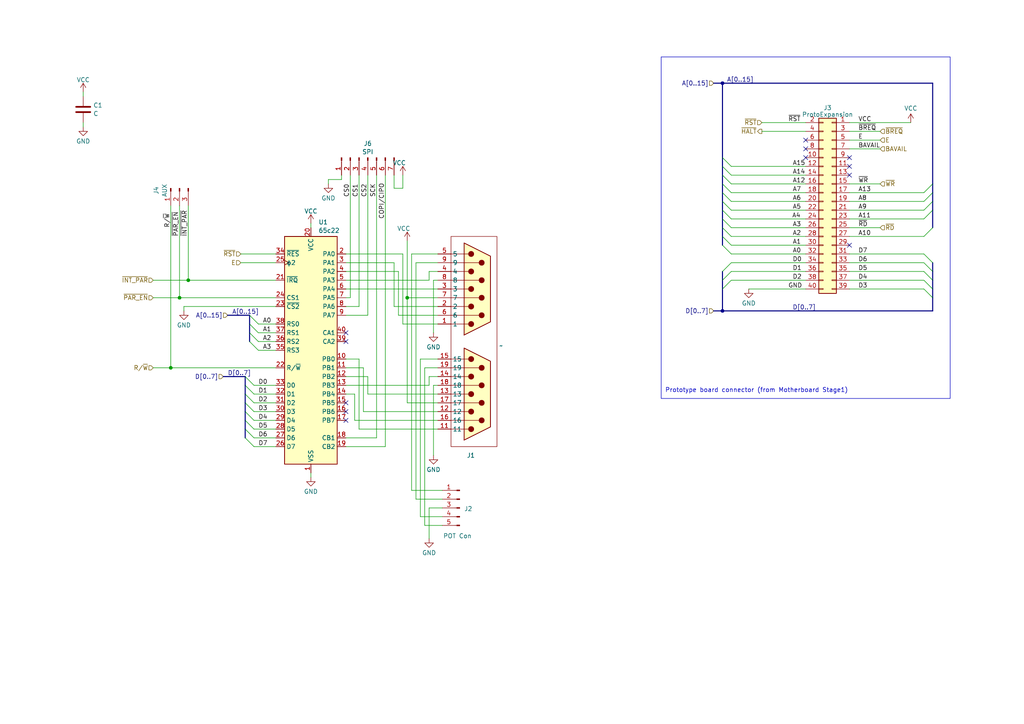
<source format=kicad_sch>
(kicad_sch
	(version 20231120)
	(generator "eeschema")
	(generator_version "8.0")
	(uuid "18db9d7e-5856-4a92-a549-3e367bcfb705")
	(paper "A4")
	(lib_symbols
		(symbol "Connector:Conn_01x03_Pin"
			(pin_names
				(offset 1.016) hide)
			(exclude_from_sim no)
			(in_bom yes)
			(on_board yes)
			(property "Reference" "J"
				(at 0 5.08 0)
				(effects
					(font
						(size 1.27 1.27)
					)
				)
			)
			(property "Value" "Conn_01x03_Pin"
				(at 0 -5.08 0)
				(effects
					(font
						(size 1.27 1.27)
					)
				)
			)
			(property "Footprint" ""
				(at 0 0 0)
				(effects
					(font
						(size 1.27 1.27)
					)
					(hide yes)
				)
			)
			(property "Datasheet" "~"
				(at 0 0 0)
				(effects
					(font
						(size 1.27 1.27)
					)
					(hide yes)
				)
			)
			(property "Description" "Generic connector, single row, 01x03, script generated"
				(at 0 0 0)
				(effects
					(font
						(size 1.27 1.27)
					)
					(hide yes)
				)
			)
			(property "ki_locked" ""
				(at 0 0 0)
				(effects
					(font
						(size 1.27 1.27)
					)
				)
			)
			(property "ki_keywords" "connector"
				(at 0 0 0)
				(effects
					(font
						(size 1.27 1.27)
					)
					(hide yes)
				)
			)
			(property "ki_fp_filters" "Connector*:*_1x??_*"
				(at 0 0 0)
				(effects
					(font
						(size 1.27 1.27)
					)
					(hide yes)
				)
			)
			(symbol "Conn_01x03_Pin_1_1"
				(polyline
					(pts
						(xy 1.27 -2.54) (xy 0.8636 -2.54)
					)
					(stroke
						(width 0.1524)
						(type default)
					)
					(fill
						(type none)
					)
				)
				(polyline
					(pts
						(xy 1.27 0) (xy 0.8636 0)
					)
					(stroke
						(width 0.1524)
						(type default)
					)
					(fill
						(type none)
					)
				)
				(polyline
					(pts
						(xy 1.27 2.54) (xy 0.8636 2.54)
					)
					(stroke
						(width 0.1524)
						(type default)
					)
					(fill
						(type none)
					)
				)
				(rectangle
					(start 0.8636 -2.413)
					(end 0 -2.667)
					(stroke
						(width 0.1524)
						(type default)
					)
					(fill
						(type outline)
					)
				)
				(rectangle
					(start 0.8636 0.127)
					(end 0 -0.127)
					(stroke
						(width 0.1524)
						(type default)
					)
					(fill
						(type outline)
					)
				)
				(rectangle
					(start 0.8636 2.667)
					(end 0 2.413)
					(stroke
						(width 0.1524)
						(type default)
					)
					(fill
						(type outline)
					)
				)
				(pin passive line
					(at 5.08 2.54 180)
					(length 3.81)
					(name "Pin_1"
						(effects
							(font
								(size 1.27 1.27)
							)
						)
					)
					(number "1"
						(effects
							(font
								(size 1.27 1.27)
							)
						)
					)
				)
				(pin passive line
					(at 5.08 0 180)
					(length 3.81)
					(name "Pin_2"
						(effects
							(font
								(size 1.27 1.27)
							)
						)
					)
					(number "2"
						(effects
							(font
								(size 1.27 1.27)
							)
						)
					)
				)
				(pin passive line
					(at 5.08 -2.54 180)
					(length 3.81)
					(name "Pin_3"
						(effects
							(font
								(size 1.27 1.27)
							)
						)
					)
					(number "3"
						(effects
							(font
								(size 1.27 1.27)
							)
						)
					)
				)
			)
		)
		(symbol "Connector:Conn_01x07_Pin"
			(pin_names
				(offset 1.016) hide)
			(exclude_from_sim no)
			(in_bom yes)
			(on_board yes)
			(property "Reference" "J"
				(at 0 10.16 0)
				(effects
					(font
						(size 1.27 1.27)
					)
				)
			)
			(property "Value" "Conn_01x07_Pin"
				(at 0 -10.16 0)
				(effects
					(font
						(size 1.27 1.27)
					)
				)
			)
			(property "Footprint" ""
				(at 0 0 0)
				(effects
					(font
						(size 1.27 1.27)
					)
					(hide yes)
				)
			)
			(property "Datasheet" "~"
				(at 0 0 0)
				(effects
					(font
						(size 1.27 1.27)
					)
					(hide yes)
				)
			)
			(property "Description" "Generic connector, single row, 01x07, script generated"
				(at 0 0 0)
				(effects
					(font
						(size 1.27 1.27)
					)
					(hide yes)
				)
			)
			(property "ki_locked" ""
				(at 0 0 0)
				(effects
					(font
						(size 1.27 1.27)
					)
				)
			)
			(property "ki_keywords" "connector"
				(at 0 0 0)
				(effects
					(font
						(size 1.27 1.27)
					)
					(hide yes)
				)
			)
			(property "ki_fp_filters" "Connector*:*_1x??_*"
				(at 0 0 0)
				(effects
					(font
						(size 1.27 1.27)
					)
					(hide yes)
				)
			)
			(symbol "Conn_01x07_Pin_1_1"
				(polyline
					(pts
						(xy 1.27 -7.62) (xy 0.8636 -7.62)
					)
					(stroke
						(width 0.1524)
						(type default)
					)
					(fill
						(type none)
					)
				)
				(polyline
					(pts
						(xy 1.27 -5.08) (xy 0.8636 -5.08)
					)
					(stroke
						(width 0.1524)
						(type default)
					)
					(fill
						(type none)
					)
				)
				(polyline
					(pts
						(xy 1.27 -2.54) (xy 0.8636 -2.54)
					)
					(stroke
						(width 0.1524)
						(type default)
					)
					(fill
						(type none)
					)
				)
				(polyline
					(pts
						(xy 1.27 0) (xy 0.8636 0)
					)
					(stroke
						(width 0.1524)
						(type default)
					)
					(fill
						(type none)
					)
				)
				(polyline
					(pts
						(xy 1.27 2.54) (xy 0.8636 2.54)
					)
					(stroke
						(width 0.1524)
						(type default)
					)
					(fill
						(type none)
					)
				)
				(polyline
					(pts
						(xy 1.27 5.08) (xy 0.8636 5.08)
					)
					(stroke
						(width 0.1524)
						(type default)
					)
					(fill
						(type none)
					)
				)
				(polyline
					(pts
						(xy 1.27 7.62) (xy 0.8636 7.62)
					)
					(stroke
						(width 0.1524)
						(type default)
					)
					(fill
						(type none)
					)
				)
				(rectangle
					(start 0.8636 -7.493)
					(end 0 -7.747)
					(stroke
						(width 0.1524)
						(type default)
					)
					(fill
						(type outline)
					)
				)
				(rectangle
					(start 0.8636 -4.953)
					(end 0 -5.207)
					(stroke
						(width 0.1524)
						(type default)
					)
					(fill
						(type outline)
					)
				)
				(rectangle
					(start 0.8636 -2.413)
					(end 0 -2.667)
					(stroke
						(width 0.1524)
						(type default)
					)
					(fill
						(type outline)
					)
				)
				(rectangle
					(start 0.8636 0.127)
					(end 0 -0.127)
					(stroke
						(width 0.1524)
						(type default)
					)
					(fill
						(type outline)
					)
				)
				(rectangle
					(start 0.8636 2.667)
					(end 0 2.413)
					(stroke
						(width 0.1524)
						(type default)
					)
					(fill
						(type outline)
					)
				)
				(rectangle
					(start 0.8636 5.207)
					(end 0 4.953)
					(stroke
						(width 0.1524)
						(type default)
					)
					(fill
						(type outline)
					)
				)
				(rectangle
					(start 0.8636 7.747)
					(end 0 7.493)
					(stroke
						(width 0.1524)
						(type default)
					)
					(fill
						(type outline)
					)
				)
				(pin passive line
					(at 5.08 7.62 180)
					(length 3.81)
					(name "Pin_1"
						(effects
							(font
								(size 1.27 1.27)
							)
						)
					)
					(number "1"
						(effects
							(font
								(size 1.27 1.27)
							)
						)
					)
				)
				(pin passive line
					(at 5.08 5.08 180)
					(length 3.81)
					(name "Pin_2"
						(effects
							(font
								(size 1.27 1.27)
							)
						)
					)
					(number "2"
						(effects
							(font
								(size 1.27 1.27)
							)
						)
					)
				)
				(pin passive line
					(at 5.08 2.54 180)
					(length 3.81)
					(name "Pin_3"
						(effects
							(font
								(size 1.27 1.27)
							)
						)
					)
					(number "3"
						(effects
							(font
								(size 1.27 1.27)
							)
						)
					)
				)
				(pin passive line
					(at 5.08 0 180)
					(length 3.81)
					(name "Pin_4"
						(effects
							(font
								(size 1.27 1.27)
							)
						)
					)
					(number "4"
						(effects
							(font
								(size 1.27 1.27)
							)
						)
					)
				)
				(pin passive line
					(at 5.08 -2.54 180)
					(length 3.81)
					(name "Pin_5"
						(effects
							(font
								(size 1.27 1.27)
							)
						)
					)
					(number "5"
						(effects
							(font
								(size 1.27 1.27)
							)
						)
					)
				)
				(pin passive line
					(at 5.08 -5.08 180)
					(length 3.81)
					(name "Pin_6"
						(effects
							(font
								(size 1.27 1.27)
							)
						)
					)
					(number "6"
						(effects
							(font
								(size 1.27 1.27)
							)
						)
					)
				)
				(pin passive line
					(at 5.08 -7.62 180)
					(length 3.81)
					(name "Pin_7"
						(effects
							(font
								(size 1.27 1.27)
							)
						)
					)
					(number "7"
						(effects
							(font
								(size 1.27 1.27)
							)
						)
					)
				)
			)
		)
		(symbol "Connector_Generic:Conn_02x20_Odd_Even"
			(pin_names
				(offset 1.016) hide)
			(exclude_from_sim no)
			(in_bom yes)
			(on_board yes)
			(property "Reference" "J"
				(at 1.27 25.4 0)
				(effects
					(font
						(size 1.27 1.27)
					)
				)
			)
			(property "Value" "Conn_02x20_Odd_Even"
				(at 1.27 -27.94 0)
				(effects
					(font
						(size 1.27 1.27)
					)
				)
			)
			(property "Footprint" ""
				(at 0 0 0)
				(effects
					(font
						(size 1.27 1.27)
					)
					(hide yes)
				)
			)
			(property "Datasheet" "~"
				(at 0 0 0)
				(effects
					(font
						(size 1.27 1.27)
					)
					(hide yes)
				)
			)
			(property "Description" "Generic connector, double row, 02x20, odd/even pin numbering scheme (row 1 odd numbers, row 2 even numbers), script generated (kicad-library-utils/schlib/autogen/connector/)"
				(at 0 0 0)
				(effects
					(font
						(size 1.27 1.27)
					)
					(hide yes)
				)
			)
			(property "ki_keywords" "connector"
				(at 0 0 0)
				(effects
					(font
						(size 1.27 1.27)
					)
					(hide yes)
				)
			)
			(property "ki_fp_filters" "Connector*:*_2x??_*"
				(at 0 0 0)
				(effects
					(font
						(size 1.27 1.27)
					)
					(hide yes)
				)
			)
			(symbol "Conn_02x20_Odd_Even_1_1"
				(rectangle
					(start -1.27 -25.273)
					(end 0 -25.527)
					(stroke
						(width 0.1524)
						(type default)
					)
					(fill
						(type none)
					)
				)
				(rectangle
					(start -1.27 -22.733)
					(end 0 -22.987)
					(stroke
						(width 0.1524)
						(type default)
					)
					(fill
						(type none)
					)
				)
				(rectangle
					(start -1.27 -20.193)
					(end 0 -20.447)
					(stroke
						(width 0.1524)
						(type default)
					)
					(fill
						(type none)
					)
				)
				(rectangle
					(start -1.27 -17.653)
					(end 0 -17.907)
					(stroke
						(width 0.1524)
						(type default)
					)
					(fill
						(type none)
					)
				)
				(rectangle
					(start -1.27 -15.113)
					(end 0 -15.367)
					(stroke
						(width 0.1524)
						(type default)
					)
					(fill
						(type none)
					)
				)
				(rectangle
					(start -1.27 -12.573)
					(end 0 -12.827)
					(stroke
						(width 0.1524)
						(type default)
					)
					(fill
						(type none)
					)
				)
				(rectangle
					(start -1.27 -10.033)
					(end 0 -10.287)
					(stroke
						(width 0.1524)
						(type default)
					)
					(fill
						(type none)
					)
				)
				(rectangle
					(start -1.27 -7.493)
					(end 0 -7.747)
					(stroke
						(width 0.1524)
						(type default)
					)
					(fill
						(type none)
					)
				)
				(rectangle
					(start -1.27 -4.953)
					(end 0 -5.207)
					(stroke
						(width 0.1524)
						(type default)
					)
					(fill
						(type none)
					)
				)
				(rectangle
					(start -1.27 -2.413)
					(end 0 -2.667)
					(stroke
						(width 0.1524)
						(type default)
					)
					(fill
						(type none)
					)
				)
				(rectangle
					(start -1.27 0.127)
					(end 0 -0.127)
					(stroke
						(width 0.1524)
						(type default)
					)
					(fill
						(type none)
					)
				)
				(rectangle
					(start -1.27 2.667)
					(end 0 2.413)
					(stroke
						(width 0.1524)
						(type default)
					)
					(fill
						(type none)
					)
				)
				(rectangle
					(start -1.27 5.207)
					(end 0 4.953)
					(stroke
						(width 0.1524)
						(type default)
					)
					(fill
						(type none)
					)
				)
				(rectangle
					(start -1.27 7.747)
					(end 0 7.493)
					(stroke
						(width 0.1524)
						(type default)
					)
					(fill
						(type none)
					)
				)
				(rectangle
					(start -1.27 10.287)
					(end 0 10.033)
					(stroke
						(width 0.1524)
						(type default)
					)
					(fill
						(type none)
					)
				)
				(rectangle
					(start -1.27 12.827)
					(end 0 12.573)
					(stroke
						(width 0.1524)
						(type default)
					)
					(fill
						(type none)
					)
				)
				(rectangle
					(start -1.27 15.367)
					(end 0 15.113)
					(stroke
						(width 0.1524)
						(type default)
					)
					(fill
						(type none)
					)
				)
				(rectangle
					(start -1.27 17.907)
					(end 0 17.653)
					(stroke
						(width 0.1524)
						(type default)
					)
					(fill
						(type none)
					)
				)
				(rectangle
					(start -1.27 20.447)
					(end 0 20.193)
					(stroke
						(width 0.1524)
						(type default)
					)
					(fill
						(type none)
					)
				)
				(rectangle
					(start -1.27 22.987)
					(end 0 22.733)
					(stroke
						(width 0.1524)
						(type default)
					)
					(fill
						(type none)
					)
				)
				(rectangle
					(start -1.27 24.13)
					(end 3.81 -26.67)
					(stroke
						(width 0.254)
						(type default)
					)
					(fill
						(type background)
					)
				)
				(rectangle
					(start 3.81 -25.273)
					(end 2.54 -25.527)
					(stroke
						(width 0.1524)
						(type default)
					)
					(fill
						(type none)
					)
				)
				(rectangle
					(start 3.81 -22.733)
					(end 2.54 -22.987)
					(stroke
						(width 0.1524)
						(type default)
					)
					(fill
						(type none)
					)
				)
				(rectangle
					(start 3.81 -20.193)
					(end 2.54 -20.447)
					(stroke
						(width 0.1524)
						(type default)
					)
					(fill
						(type none)
					)
				)
				(rectangle
					(start 3.81 -17.653)
					(end 2.54 -17.907)
					(stroke
						(width 0.1524)
						(type default)
					)
					(fill
						(type none)
					)
				)
				(rectangle
					(start 3.81 -15.113)
					(end 2.54 -15.367)
					(stroke
						(width 0.1524)
						(type default)
					)
					(fill
						(type none)
					)
				)
				(rectangle
					(start 3.81 -12.573)
					(end 2.54 -12.827)
					(stroke
						(width 0.1524)
						(type default)
					)
					(fill
						(type none)
					)
				)
				(rectangle
					(start 3.81 -10.033)
					(end 2.54 -10.287)
					(stroke
						(width 0.1524)
						(type default)
					)
					(fill
						(type none)
					)
				)
				(rectangle
					(start 3.81 -7.493)
					(end 2.54 -7.747)
					(stroke
						(width 0.1524)
						(type default)
					)
					(fill
						(type none)
					)
				)
				(rectangle
					(start 3.81 -4.953)
					(end 2.54 -5.207)
					(stroke
						(width 0.1524)
						(type default)
					)
					(fill
						(type none)
					)
				)
				(rectangle
					(start 3.81 -2.413)
					(end 2.54 -2.667)
					(stroke
						(width 0.1524)
						(type default)
					)
					(fill
						(type none)
					)
				)
				(rectangle
					(start 3.81 0.127)
					(end 2.54 -0.127)
					(stroke
						(width 0.1524)
						(type default)
					)
					(fill
						(type none)
					)
				)
				(rectangle
					(start 3.81 2.667)
					(end 2.54 2.413)
					(stroke
						(width 0.1524)
						(type default)
					)
					(fill
						(type none)
					)
				)
				(rectangle
					(start 3.81 5.207)
					(end 2.54 4.953)
					(stroke
						(width 0.1524)
						(type default)
					)
					(fill
						(type none)
					)
				)
				(rectangle
					(start 3.81 7.747)
					(end 2.54 7.493)
					(stroke
						(width 0.1524)
						(type default)
					)
					(fill
						(type none)
					)
				)
				(rectangle
					(start 3.81 10.287)
					(end 2.54 10.033)
					(stroke
						(width 0.1524)
						(type default)
					)
					(fill
						(type none)
					)
				)
				(rectangle
					(start 3.81 12.827)
					(end 2.54 12.573)
					(stroke
						(width 0.1524)
						(type default)
					)
					(fill
						(type none)
					)
				)
				(rectangle
					(start 3.81 15.367)
					(end 2.54 15.113)
					(stroke
						(width 0.1524)
						(type default)
					)
					(fill
						(type none)
					)
				)
				(rectangle
					(start 3.81 17.907)
					(end 2.54 17.653)
					(stroke
						(width 0.1524)
						(type default)
					)
					(fill
						(type none)
					)
				)
				(rectangle
					(start 3.81 20.447)
					(end 2.54 20.193)
					(stroke
						(width 0.1524)
						(type default)
					)
					(fill
						(type none)
					)
				)
				(rectangle
					(start 3.81 22.987)
					(end 2.54 22.733)
					(stroke
						(width 0.1524)
						(type default)
					)
					(fill
						(type none)
					)
				)
				(pin passive line
					(at -5.08 22.86 0)
					(length 3.81)
					(name "Pin_1"
						(effects
							(font
								(size 1.27 1.27)
							)
						)
					)
					(number "1"
						(effects
							(font
								(size 1.27 1.27)
							)
						)
					)
				)
				(pin passive line
					(at 7.62 12.7 180)
					(length 3.81)
					(name "Pin_10"
						(effects
							(font
								(size 1.27 1.27)
							)
						)
					)
					(number "10"
						(effects
							(font
								(size 1.27 1.27)
							)
						)
					)
				)
				(pin passive line
					(at -5.08 10.16 0)
					(length 3.81)
					(name "Pin_11"
						(effects
							(font
								(size 1.27 1.27)
							)
						)
					)
					(number "11"
						(effects
							(font
								(size 1.27 1.27)
							)
						)
					)
				)
				(pin passive line
					(at 7.62 10.16 180)
					(length 3.81)
					(name "Pin_12"
						(effects
							(font
								(size 1.27 1.27)
							)
						)
					)
					(number "12"
						(effects
							(font
								(size 1.27 1.27)
							)
						)
					)
				)
				(pin passive line
					(at -5.08 7.62 0)
					(length 3.81)
					(name "Pin_13"
						(effects
							(font
								(size 1.27 1.27)
							)
						)
					)
					(number "13"
						(effects
							(font
								(size 1.27 1.27)
							)
						)
					)
				)
				(pin passive line
					(at 7.62 7.62 180)
					(length 3.81)
					(name "Pin_14"
						(effects
							(font
								(size 1.27 1.27)
							)
						)
					)
					(number "14"
						(effects
							(font
								(size 1.27 1.27)
							)
						)
					)
				)
				(pin passive line
					(at -5.08 5.08 0)
					(length 3.81)
					(name "Pin_15"
						(effects
							(font
								(size 1.27 1.27)
							)
						)
					)
					(number "15"
						(effects
							(font
								(size 1.27 1.27)
							)
						)
					)
				)
				(pin passive line
					(at 7.62 5.08 180)
					(length 3.81)
					(name "Pin_16"
						(effects
							(font
								(size 1.27 1.27)
							)
						)
					)
					(number "16"
						(effects
							(font
								(size 1.27 1.27)
							)
						)
					)
				)
				(pin passive line
					(at -5.08 2.54 0)
					(length 3.81)
					(name "Pin_17"
						(effects
							(font
								(size 1.27 1.27)
							)
						)
					)
					(number "17"
						(effects
							(font
								(size 1.27 1.27)
							)
						)
					)
				)
				(pin passive line
					(at 7.62 2.54 180)
					(length 3.81)
					(name "Pin_18"
						(effects
							(font
								(size 1.27 1.27)
							)
						)
					)
					(number "18"
						(effects
							(font
								(size 1.27 1.27)
							)
						)
					)
				)
				(pin passive line
					(at -5.08 0 0)
					(length 3.81)
					(name "Pin_19"
						(effects
							(font
								(size 1.27 1.27)
							)
						)
					)
					(number "19"
						(effects
							(font
								(size 1.27 1.27)
							)
						)
					)
				)
				(pin passive line
					(at 7.62 22.86 180)
					(length 3.81)
					(name "Pin_2"
						(effects
							(font
								(size 1.27 1.27)
							)
						)
					)
					(number "2"
						(effects
							(font
								(size 1.27 1.27)
							)
						)
					)
				)
				(pin passive line
					(at 7.62 0 180)
					(length 3.81)
					(name "Pin_20"
						(effects
							(font
								(size 1.27 1.27)
							)
						)
					)
					(number "20"
						(effects
							(font
								(size 1.27 1.27)
							)
						)
					)
				)
				(pin passive line
					(at -5.08 -2.54 0)
					(length 3.81)
					(name "Pin_21"
						(effects
							(font
								(size 1.27 1.27)
							)
						)
					)
					(number "21"
						(effects
							(font
								(size 1.27 1.27)
							)
						)
					)
				)
				(pin passive line
					(at 7.62 -2.54 180)
					(length 3.81)
					(name "Pin_22"
						(effects
							(font
								(size 1.27 1.27)
							)
						)
					)
					(number "22"
						(effects
							(font
								(size 1.27 1.27)
							)
						)
					)
				)
				(pin passive line
					(at -5.08 -5.08 0)
					(length 3.81)
					(name "Pin_23"
						(effects
							(font
								(size 1.27 1.27)
							)
						)
					)
					(number "23"
						(effects
							(font
								(size 1.27 1.27)
							)
						)
					)
				)
				(pin passive line
					(at 7.62 -5.08 180)
					(length 3.81)
					(name "Pin_24"
						(effects
							(font
								(size 1.27 1.27)
							)
						)
					)
					(number "24"
						(effects
							(font
								(size 1.27 1.27)
							)
						)
					)
				)
				(pin passive line
					(at -5.08 -7.62 0)
					(length 3.81)
					(name "Pin_25"
						(effects
							(font
								(size 1.27 1.27)
							)
						)
					)
					(number "25"
						(effects
							(font
								(size 1.27 1.27)
							)
						)
					)
				)
				(pin passive line
					(at 7.62 -7.62 180)
					(length 3.81)
					(name "Pin_26"
						(effects
							(font
								(size 1.27 1.27)
							)
						)
					)
					(number "26"
						(effects
							(font
								(size 1.27 1.27)
							)
						)
					)
				)
				(pin passive line
					(at -5.08 -10.16 0)
					(length 3.81)
					(name "Pin_27"
						(effects
							(font
								(size 1.27 1.27)
							)
						)
					)
					(number "27"
						(effects
							(font
								(size 1.27 1.27)
							)
						)
					)
				)
				(pin passive line
					(at 7.62 -10.16 180)
					(length 3.81)
					(name "Pin_28"
						(effects
							(font
								(size 1.27 1.27)
							)
						)
					)
					(number "28"
						(effects
							(font
								(size 1.27 1.27)
							)
						)
					)
				)
				(pin passive line
					(at -5.08 -12.7 0)
					(length 3.81)
					(name "Pin_29"
						(effects
							(font
								(size 1.27 1.27)
							)
						)
					)
					(number "29"
						(effects
							(font
								(size 1.27 1.27)
							)
						)
					)
				)
				(pin passive line
					(at -5.08 20.32 0)
					(length 3.81)
					(name "Pin_3"
						(effects
							(font
								(size 1.27 1.27)
							)
						)
					)
					(number "3"
						(effects
							(font
								(size 1.27 1.27)
							)
						)
					)
				)
				(pin passive line
					(at 7.62 -12.7 180)
					(length 3.81)
					(name "Pin_30"
						(effects
							(font
								(size 1.27 1.27)
							)
						)
					)
					(number "30"
						(effects
							(font
								(size 1.27 1.27)
							)
						)
					)
				)
				(pin passive line
					(at -5.08 -15.24 0)
					(length 3.81)
					(name "Pin_31"
						(effects
							(font
								(size 1.27 1.27)
							)
						)
					)
					(number "31"
						(effects
							(font
								(size 1.27 1.27)
							)
						)
					)
				)
				(pin passive line
					(at 7.62 -15.24 180)
					(length 3.81)
					(name "Pin_32"
						(effects
							(font
								(size 1.27 1.27)
							)
						)
					)
					(number "32"
						(effects
							(font
								(size 1.27 1.27)
							)
						)
					)
				)
				(pin passive line
					(at -5.08 -17.78 0)
					(length 3.81)
					(name "Pin_33"
						(effects
							(font
								(size 1.27 1.27)
							)
						)
					)
					(number "33"
						(effects
							(font
								(size 1.27 1.27)
							)
						)
					)
				)
				(pin passive line
					(at 7.62 -17.78 180)
					(length 3.81)
					(name "Pin_34"
						(effects
							(font
								(size 1.27 1.27)
							)
						)
					)
					(number "34"
						(effects
							(font
								(size 1.27 1.27)
							)
						)
					)
				)
				(pin passive line
					(at -5.08 -20.32 0)
					(length 3.81)
					(name "Pin_35"
						(effects
							(font
								(size 1.27 1.27)
							)
						)
					)
					(number "35"
						(effects
							(font
								(size 1.27 1.27)
							)
						)
					)
				)
				(pin passive line
					(at 7.62 -20.32 180)
					(length 3.81)
					(name "Pin_36"
						(effects
							(font
								(size 1.27 1.27)
							)
						)
					)
					(number "36"
						(effects
							(font
								(size 1.27 1.27)
							)
						)
					)
				)
				(pin passive line
					(at -5.08 -22.86 0)
					(length 3.81)
					(name "Pin_37"
						(effects
							(font
								(size 1.27 1.27)
							)
						)
					)
					(number "37"
						(effects
							(font
								(size 1.27 1.27)
							)
						)
					)
				)
				(pin passive line
					(at 7.62 -22.86 180)
					(length 3.81)
					(name "Pin_38"
						(effects
							(font
								(size 1.27 1.27)
							)
						)
					)
					(number "38"
						(effects
							(font
								(size 1.27 1.27)
							)
						)
					)
				)
				(pin passive line
					(at -5.08 -25.4 0)
					(length 3.81)
					(name "Pin_39"
						(effects
							(font
								(size 1.27 1.27)
							)
						)
					)
					(number "39"
						(effects
							(font
								(size 1.27 1.27)
							)
						)
					)
				)
				(pin passive line
					(at 7.62 20.32 180)
					(length 3.81)
					(name "Pin_4"
						(effects
							(font
								(size 1.27 1.27)
							)
						)
					)
					(number "4"
						(effects
							(font
								(size 1.27 1.27)
							)
						)
					)
				)
				(pin passive line
					(at 7.62 -25.4 180)
					(length 3.81)
					(name "Pin_40"
						(effects
							(font
								(size 1.27 1.27)
							)
						)
					)
					(number "40"
						(effects
							(font
								(size 1.27 1.27)
							)
						)
					)
				)
				(pin passive line
					(at -5.08 17.78 0)
					(length 3.81)
					(name "Pin_5"
						(effects
							(font
								(size 1.27 1.27)
							)
						)
					)
					(number "5"
						(effects
							(font
								(size 1.27 1.27)
							)
						)
					)
				)
				(pin passive line
					(at 7.62 17.78 180)
					(length 3.81)
					(name "Pin_6"
						(effects
							(font
								(size 1.27 1.27)
							)
						)
					)
					(number "6"
						(effects
							(font
								(size 1.27 1.27)
							)
						)
					)
				)
				(pin passive line
					(at -5.08 15.24 0)
					(length 3.81)
					(name "Pin_7"
						(effects
							(font
								(size 1.27 1.27)
							)
						)
					)
					(number "7"
						(effects
							(font
								(size 1.27 1.27)
							)
						)
					)
				)
				(pin passive line
					(at 7.62 15.24 180)
					(length 3.81)
					(name "Pin_8"
						(effects
							(font
								(size 1.27 1.27)
							)
						)
					)
					(number "8"
						(effects
							(font
								(size 1.27 1.27)
							)
						)
					)
				)
				(pin passive line
					(at -5.08 12.7 0)
					(length 3.81)
					(name "Pin_9"
						(effects
							(font
								(size 1.27 1.27)
							)
						)
					)
					(number "9"
						(effects
							(font
								(size 1.27 1.27)
							)
						)
					)
				)
			)
		)
		(symbol "Device:C"
			(pin_numbers hide)
			(pin_names
				(offset 0.254)
			)
			(exclude_from_sim no)
			(in_bom yes)
			(on_board yes)
			(property "Reference" "C"
				(at 0.635 2.54 0)
				(effects
					(font
						(size 1.27 1.27)
					)
					(justify left)
				)
			)
			(property "Value" "C"
				(at 0.635 -2.54 0)
				(effects
					(font
						(size 1.27 1.27)
					)
					(justify left)
				)
			)
			(property "Footprint" ""
				(at 0.9652 -3.81 0)
				(effects
					(font
						(size 1.27 1.27)
					)
					(hide yes)
				)
			)
			(property "Datasheet" "~"
				(at 0 0 0)
				(effects
					(font
						(size 1.27 1.27)
					)
					(hide yes)
				)
			)
			(property "Description" "Unpolarized capacitor"
				(at 0 0 0)
				(effects
					(font
						(size 1.27 1.27)
					)
					(hide yes)
				)
			)
			(property "ki_keywords" "cap capacitor"
				(at 0 0 0)
				(effects
					(font
						(size 1.27 1.27)
					)
					(hide yes)
				)
			)
			(property "ki_fp_filters" "C_*"
				(at 0 0 0)
				(effects
					(font
						(size 1.27 1.27)
					)
					(hide yes)
				)
			)
			(symbol "C_0_1"
				(polyline
					(pts
						(xy -2.032 -0.762) (xy 2.032 -0.762)
					)
					(stroke
						(width 0.508)
						(type default)
					)
					(fill
						(type none)
					)
				)
				(polyline
					(pts
						(xy -2.032 0.762) (xy 2.032 0.762)
					)
					(stroke
						(width 0.508)
						(type default)
					)
					(fill
						(type none)
					)
				)
			)
			(symbol "C_1_1"
				(pin passive line
					(at 0 3.81 270)
					(length 2.794)
					(name "~"
						(effects
							(font
								(size 1.27 1.27)
							)
						)
					)
					(number "1"
						(effects
							(font
								(size 1.27 1.27)
							)
						)
					)
				)
				(pin passive line
					(at 0 -3.81 90)
					(length 2.794)
					(name "~"
						(effects
							(font
								(size 1.27 1.27)
							)
						)
					)
					(number "2"
						(effects
							(font
								(size 1.27 1.27)
							)
						)
					)
				)
			)
		)
		(symbol "Dual-DB9:Conn_01x05_Pin"
			(pin_names
				(offset 1.016) hide)
			(exclude_from_sim no)
			(in_bom yes)
			(on_board yes)
			(property "Reference" "J"
				(at 0 7.62 0)
				(effects
					(font
						(size 1.27 1.27)
					)
				)
			)
			(property "Value" "Conn_01x05_Pin"
				(at 0 -7.62 0)
				(effects
					(font
						(size 1.27 1.27)
					)
				)
			)
			(property "Footprint" ""
				(at 0 0 0)
				(effects
					(font
						(size 1.27 1.27)
					)
					(hide yes)
				)
			)
			(property "Datasheet" "~"
				(at 0 0 0)
				(effects
					(font
						(size 1.27 1.27)
					)
					(hide yes)
				)
			)
			(property "Description" "Generic connector, single row, 01x05, script generated"
				(at 0 0 0)
				(effects
					(font
						(size 1.27 1.27)
					)
					(hide yes)
				)
			)
			(property "ki_locked" ""
				(at 0 0 0)
				(effects
					(font
						(size 1.27 1.27)
					)
				)
			)
			(property "ki_keywords" "connector"
				(at 0 0 0)
				(effects
					(font
						(size 1.27 1.27)
					)
					(hide yes)
				)
			)
			(property "ki_fp_filters" "Connector*:*_1x??_*"
				(at 0 0 0)
				(effects
					(font
						(size 1.27 1.27)
					)
					(hide yes)
				)
			)
			(symbol "Conn_01x05_Pin_1_1"
				(polyline
					(pts
						(xy 1.27 -5.08) (xy 0.8636 -5.08)
					)
					(stroke
						(width 0.1524)
						(type default)
					)
					(fill
						(type none)
					)
				)
				(polyline
					(pts
						(xy 1.27 -2.54) (xy 0.8636 -2.54)
					)
					(stroke
						(width 0.1524)
						(type default)
					)
					(fill
						(type none)
					)
				)
				(polyline
					(pts
						(xy 1.27 0) (xy 0.8636 0)
					)
					(stroke
						(width 0.1524)
						(type default)
					)
					(fill
						(type none)
					)
				)
				(polyline
					(pts
						(xy 1.27 2.54) (xy 0.8636 2.54)
					)
					(stroke
						(width 0.1524)
						(type default)
					)
					(fill
						(type none)
					)
				)
				(polyline
					(pts
						(xy 1.27 5.08) (xy 0.8636 5.08)
					)
					(stroke
						(width 0.1524)
						(type default)
					)
					(fill
						(type none)
					)
				)
				(rectangle
					(start 0.8636 -4.953)
					(end 0 -5.207)
					(stroke
						(width 0.1524)
						(type default)
					)
					(fill
						(type outline)
					)
				)
				(rectangle
					(start 0.8636 -2.413)
					(end 0 -2.667)
					(stroke
						(width 0.1524)
						(type default)
					)
					(fill
						(type outline)
					)
				)
				(rectangle
					(start 0.8636 0.127)
					(end 0 -0.127)
					(stroke
						(width 0.1524)
						(type default)
					)
					(fill
						(type outline)
					)
				)
				(rectangle
					(start 0.8636 2.667)
					(end 0 2.413)
					(stroke
						(width 0.1524)
						(type default)
					)
					(fill
						(type outline)
					)
				)
				(rectangle
					(start 0.8636 5.207)
					(end 0 4.953)
					(stroke
						(width 0.1524)
						(type default)
					)
					(fill
						(type outline)
					)
				)
				(pin passive line
					(at 5.08 5.08 180)
					(length 3.81)
					(name "Pin_1"
						(effects
							(font
								(size 1.27 1.27)
							)
						)
					)
					(number "1"
						(effects
							(font
								(size 1.27 1.27)
							)
						)
					)
				)
				(pin passive line
					(at 5.08 2.54 180)
					(length 3.81)
					(name "Pin_2"
						(effects
							(font
								(size 1.27 1.27)
							)
						)
					)
					(number "2"
						(effects
							(font
								(size 1.27 1.27)
							)
						)
					)
				)
				(pin passive line
					(at 5.08 0 180)
					(length 3.81)
					(name "Pin_3"
						(effects
							(font
								(size 1.27 1.27)
							)
						)
					)
					(number "3"
						(effects
							(font
								(size 1.27 1.27)
							)
						)
					)
				)
				(pin passive line
					(at 5.08 -2.54 180)
					(length 3.81)
					(name "Pin_4"
						(effects
							(font
								(size 1.27 1.27)
							)
						)
					)
					(number "4"
						(effects
							(font
								(size 1.27 1.27)
							)
						)
					)
				)
				(pin passive line
					(at 5.08 -5.08 180)
					(length 3.81)
					(name "Pin_5"
						(effects
							(font
								(size 1.27 1.27)
							)
						)
					)
					(number "5"
						(effects
							(font
								(size 1.27 1.27)
							)
						)
					)
				)
			)
		)
		(symbol "PCM_65xx-library:6522"
			(exclude_from_sim no)
			(in_bom yes)
			(on_board yes)
			(property "Reference" "U"
				(at 2.54 38.1 0)
				(effects
					(font
						(size 1.27 1.27)
					)
					(justify left)
				)
			)
			(property "Value" "6522"
				(at 2.54 35.56 0)
				(effects
					(font
						(size 1.27 1.27)
					)
					(justify left)
				)
			)
			(property "Footprint" "Package_DIP:DIP-40_W15.24mm"
				(at 0 48.26 0)
				(effects
					(font
						(size 1.27 1.27)
					)
					(hide yes)
				)
			)
			(property "Datasheet" "http://www.6502.org/documents/datasheets/mos/mos_6522_preliminary_nov_1977.pdf"
				(at 0 45.72 0)
				(effects
					(font
						(size 1.27 1.27)
					)
					(hide yes)
				)
			)
			(property "Description" "NMOS Versatile Interface Adapter (VIA), 20-pin I/O, 2 Timer/Counters, DIP-40"
				(at 0 0 0)
				(effects
					(font
						(size 1.27 1.27)
					)
					(hide yes)
				)
			)
			(property "ki_keywords" "6522 VIA I/O"
				(at 0 0 0)
				(effects
					(font
						(size 1.27 1.27)
					)
					(hide yes)
				)
			)
			(property "ki_fp_filters" "DIP*W15.24mm*"
				(at 0 0 0)
				(effects
					(font
						(size 1.27 1.27)
					)
					(hide yes)
				)
			)
			(symbol "6522_0_1"
				(rectangle
					(start -7.62 33.02)
					(end 7.62 -33.02)
					(stroke
						(width 0.254)
						(type default)
					)
					(fill
						(type background)
					)
				)
			)
			(symbol "6522_1_1"
				(pin power_in line
					(at 0 -35.56 90)
					(length 2.54)
					(name "VSS"
						(effects
							(font
								(size 1.27 1.27)
							)
						)
					)
					(number "1"
						(effects
							(font
								(size 1.27 1.27)
							)
						)
					)
				)
				(pin bidirectional line
					(at 10.16 -2.54 180)
					(length 2.54)
					(name "PB0"
						(effects
							(font
								(size 1.27 1.27)
							)
						)
					)
					(number "10"
						(effects
							(font
								(size 1.27 1.27)
							)
						)
					)
				)
				(pin bidirectional line
					(at 10.16 -5.08 180)
					(length 2.54)
					(name "PB1"
						(effects
							(font
								(size 1.27 1.27)
							)
						)
					)
					(number "11"
						(effects
							(font
								(size 1.27 1.27)
							)
						)
					)
				)
				(pin bidirectional line
					(at 10.16 -7.62 180)
					(length 2.54)
					(name "PB2"
						(effects
							(font
								(size 1.27 1.27)
							)
						)
					)
					(number "12"
						(effects
							(font
								(size 1.27 1.27)
							)
						)
					)
				)
				(pin bidirectional line
					(at 10.16 -10.16 180)
					(length 2.54)
					(name "PB3"
						(effects
							(font
								(size 1.27 1.27)
							)
						)
					)
					(number "13"
						(effects
							(font
								(size 1.27 1.27)
							)
						)
					)
				)
				(pin bidirectional line
					(at 10.16 -12.7 180)
					(length 2.54)
					(name "PB4"
						(effects
							(font
								(size 1.27 1.27)
							)
						)
					)
					(number "14"
						(effects
							(font
								(size 1.27 1.27)
							)
						)
					)
				)
				(pin bidirectional line
					(at 10.16 -15.24 180)
					(length 2.54)
					(name "PB5"
						(effects
							(font
								(size 1.27 1.27)
							)
						)
					)
					(number "15"
						(effects
							(font
								(size 1.27 1.27)
							)
						)
					)
				)
				(pin bidirectional line
					(at 10.16 -17.78 180)
					(length 2.54)
					(name "PB6"
						(effects
							(font
								(size 1.27 1.27)
							)
						)
					)
					(number "16"
						(effects
							(font
								(size 1.27 1.27)
							)
						)
					)
				)
				(pin bidirectional line
					(at 10.16 -20.32 180)
					(length 2.54)
					(name "PB7"
						(effects
							(font
								(size 1.27 1.27)
							)
						)
					)
					(number "17"
						(effects
							(font
								(size 1.27 1.27)
							)
						)
					)
				)
				(pin input line
					(at 10.16 -25.4 180)
					(length 2.54)
					(name "CB1"
						(effects
							(font
								(size 1.27 1.27)
							)
						)
					)
					(number "18"
						(effects
							(font
								(size 1.27 1.27)
							)
						)
					)
				)
				(pin bidirectional line
					(at 10.16 -27.94 180)
					(length 2.54)
					(name "CB2"
						(effects
							(font
								(size 1.27 1.27)
							)
						)
					)
					(number "19"
						(effects
							(font
								(size 1.27 1.27)
							)
						)
					)
				)
				(pin bidirectional line
					(at 10.16 27.94 180)
					(length 2.54)
					(name "PA0"
						(effects
							(font
								(size 1.27 1.27)
							)
						)
					)
					(number "2"
						(effects
							(font
								(size 1.27 1.27)
							)
						)
					)
				)
				(pin power_in line
					(at 0 35.56 270)
					(length 2.54)
					(name "VCC"
						(effects
							(font
								(size 1.27 1.27)
							)
						)
					)
					(number "20"
						(effects
							(font
								(size 1.27 1.27)
							)
						)
					)
				)
				(pin open_collector line
					(at -10.16 20.32 0)
					(length 2.54)
					(name "~{IRQ}"
						(effects
							(font
								(size 1.27 1.27)
							)
						)
					)
					(number "21"
						(effects
							(font
								(size 1.27 1.27)
							)
						)
					)
				)
				(pin input line
					(at -10.16 -5.08 0)
					(length 2.54)
					(name "R/~{W}"
						(effects
							(font
								(size 1.27 1.27)
							)
						)
					)
					(number "22"
						(effects
							(font
								(size 1.27 1.27)
							)
						)
					)
				)
				(pin input line
					(at -10.16 12.7 0)
					(length 2.54)
					(name "~{CS2}"
						(effects
							(font
								(size 1.27 1.27)
							)
						)
					)
					(number "23"
						(effects
							(font
								(size 1.27 1.27)
							)
						)
					)
				)
				(pin input line
					(at -10.16 15.24 0)
					(length 2.54)
					(name "CS1"
						(effects
							(font
								(size 1.27 1.27)
							)
						)
					)
					(number "24"
						(effects
							(font
								(size 1.27 1.27)
							)
						)
					)
				)
				(pin input clock
					(at -10.16 25.4 0)
					(length 2.54)
					(name "ϕ2"
						(effects
							(font
								(size 1.27 1.27)
							)
						)
					)
					(number "25"
						(effects
							(font
								(size 1.27 1.27)
							)
						)
					)
				)
				(pin bidirectional line
					(at -10.16 -27.94 0)
					(length 2.54)
					(name "D7"
						(effects
							(font
								(size 1.27 1.27)
							)
						)
					)
					(number "26"
						(effects
							(font
								(size 1.27 1.27)
							)
						)
					)
				)
				(pin bidirectional line
					(at -10.16 -25.4 0)
					(length 2.54)
					(name "D6"
						(effects
							(font
								(size 1.27 1.27)
							)
						)
					)
					(number "27"
						(effects
							(font
								(size 1.27 1.27)
							)
						)
					)
				)
				(pin bidirectional line
					(at -10.16 -22.86 0)
					(length 2.54)
					(name "D5"
						(effects
							(font
								(size 1.27 1.27)
							)
						)
					)
					(number "28"
						(effects
							(font
								(size 1.27 1.27)
							)
						)
					)
				)
				(pin bidirectional line
					(at -10.16 -20.32 0)
					(length 2.54)
					(name "D4"
						(effects
							(font
								(size 1.27 1.27)
							)
						)
					)
					(number "29"
						(effects
							(font
								(size 1.27 1.27)
							)
						)
					)
				)
				(pin bidirectional line
					(at 10.16 25.4 180)
					(length 2.54)
					(name "PA1"
						(effects
							(font
								(size 1.27 1.27)
							)
						)
					)
					(number "3"
						(effects
							(font
								(size 1.27 1.27)
							)
						)
					)
				)
				(pin bidirectional line
					(at -10.16 -17.78 0)
					(length 2.54)
					(name "D3"
						(effects
							(font
								(size 1.27 1.27)
							)
						)
					)
					(number "30"
						(effects
							(font
								(size 1.27 1.27)
							)
						)
					)
				)
				(pin bidirectional line
					(at -10.16 -15.24 0)
					(length 2.54)
					(name "D2"
						(effects
							(font
								(size 1.27 1.27)
							)
						)
					)
					(number "31"
						(effects
							(font
								(size 1.27 1.27)
							)
						)
					)
				)
				(pin bidirectional line
					(at -10.16 -12.7 0)
					(length 2.54)
					(name "D1"
						(effects
							(font
								(size 1.27 1.27)
							)
						)
					)
					(number "32"
						(effects
							(font
								(size 1.27 1.27)
							)
						)
					)
				)
				(pin bidirectional line
					(at -10.16 -10.16 0)
					(length 2.54)
					(name "D0"
						(effects
							(font
								(size 1.27 1.27)
							)
						)
					)
					(number "33"
						(effects
							(font
								(size 1.27 1.27)
							)
						)
					)
				)
				(pin input line
					(at -10.16 27.94 0)
					(length 2.54)
					(name "~{RES}"
						(effects
							(font
								(size 1.27 1.27)
							)
						)
					)
					(number "34"
						(effects
							(font
								(size 1.27 1.27)
							)
						)
					)
				)
				(pin input line
					(at -10.16 0 0)
					(length 2.54)
					(name "RS3"
						(effects
							(font
								(size 1.27 1.27)
							)
						)
					)
					(number "35"
						(effects
							(font
								(size 1.27 1.27)
							)
						)
					)
				)
				(pin input line
					(at -10.16 2.54 0)
					(length 2.54)
					(name "RS2"
						(effects
							(font
								(size 1.27 1.27)
							)
						)
					)
					(number "36"
						(effects
							(font
								(size 1.27 1.27)
							)
						)
					)
				)
				(pin input line
					(at -10.16 5.08 0)
					(length 2.54)
					(name "RS1"
						(effects
							(font
								(size 1.27 1.27)
							)
						)
					)
					(number "37"
						(effects
							(font
								(size 1.27 1.27)
							)
						)
					)
				)
				(pin input line
					(at -10.16 7.62 0)
					(length 2.54)
					(name "RS0"
						(effects
							(font
								(size 1.27 1.27)
							)
						)
					)
					(number "38"
						(effects
							(font
								(size 1.27 1.27)
							)
						)
					)
				)
				(pin bidirectional line
					(at 10.16 2.54 180)
					(length 2.54)
					(name "CA2"
						(effects
							(font
								(size 1.27 1.27)
							)
						)
					)
					(number "39"
						(effects
							(font
								(size 1.27 1.27)
							)
						)
					)
				)
				(pin bidirectional line
					(at 10.16 22.86 180)
					(length 2.54)
					(name "PA2"
						(effects
							(font
								(size 1.27 1.27)
							)
						)
					)
					(number "4"
						(effects
							(font
								(size 1.27 1.27)
							)
						)
					)
				)
				(pin input line
					(at 10.16 5.08 180)
					(length 2.54)
					(name "CA1"
						(effects
							(font
								(size 1.27 1.27)
							)
						)
					)
					(number "40"
						(effects
							(font
								(size 1.27 1.27)
							)
						)
					)
				)
				(pin bidirectional line
					(at 10.16 20.32 180)
					(length 2.54)
					(name "PA3"
						(effects
							(font
								(size 1.27 1.27)
							)
						)
					)
					(number "5"
						(effects
							(font
								(size 1.27 1.27)
							)
						)
					)
				)
				(pin bidirectional line
					(at 10.16 17.78 180)
					(length 2.54)
					(name "PA4"
						(effects
							(font
								(size 1.27 1.27)
							)
						)
					)
					(number "6"
						(effects
							(font
								(size 1.27 1.27)
							)
						)
					)
				)
				(pin bidirectional line
					(at 10.16 15.24 180)
					(length 2.54)
					(name "PA5"
						(effects
							(font
								(size 1.27 1.27)
							)
						)
					)
					(number "7"
						(effects
							(font
								(size 1.27 1.27)
							)
						)
					)
				)
				(pin bidirectional line
					(at 10.16 12.7 180)
					(length 2.54)
					(name "PA6"
						(effects
							(font
								(size 1.27 1.27)
							)
						)
					)
					(number "8"
						(effects
							(font
								(size 1.27 1.27)
							)
						)
					)
				)
				(pin bidirectional line
					(at 10.16 10.16 180)
					(length 2.54)
					(name "PA7"
						(effects
							(font
								(size 1.27 1.27)
							)
						)
					)
					(number "9"
						(effects
							(font
								(size 1.27 1.27)
							)
						)
					)
				)
			)
		)
		(symbol "motherboard:Dual-DB9"
			(exclude_from_sim no)
			(in_bom yes)
			(on_board yes)
			(property "Reference" "J"
				(at -1.27 -33.782 0)
				(effects
					(font
						(size 1.27 1.27)
					)
				)
			)
			(property "Value" ""
				(at 12.7 -10.16 0)
				(effects
					(font
						(size 1.27 1.27)
					)
				)
			)
			(property "Footprint" ""
				(at 12.7 -10.16 0)
				(effects
					(font
						(size 1.27 1.27)
					)
					(hide yes)
				)
			)
			(property "Datasheet" ""
				(at 12.7 -10.16 0)
				(effects
					(font
						(size 1.27 1.27)
					)
					(hide yes)
				)
			)
			(property "Description" ""
				(at 12.7 -10.16 0)
				(effects
					(font
						(size 1.27 1.27)
					)
					(hide yes)
				)
			)
			(symbol "Dual-DB9_0_1"
				(polyline
					(pts
						(xy -2.54 -25.4) (xy 1.27 -25.4)
					)
					(stroke
						(width 0)
						(type default)
					)
					(fill
						(type none)
					)
				)
				(polyline
					(pts
						(xy -2.54 -22.86) (xy 1.27 -22.86)
					)
					(stroke
						(width 0)
						(type default)
					)
					(fill
						(type none)
					)
				)
				(polyline
					(pts
						(xy -2.54 -20.32) (xy -1.905 -20.32)
					)
					(stroke
						(width 0)
						(type default)
					)
					(fill
						(type none)
					)
				)
				(polyline
					(pts
						(xy -2.54 -17.78) (xy 1.27 -17.78)
					)
					(stroke
						(width 0)
						(type default)
					)
					(fill
						(type none)
					)
				)
				(polyline
					(pts
						(xy -2.54 -15.24) (xy 1.27 -15.24)
					)
					(stroke
						(width 0)
						(type default)
					)
					(fill
						(type none)
					)
				)
				(polyline
					(pts
						(xy -2.54 -12.7) (xy 1.27 -12.7)
					)
					(stroke
						(width 0)
						(type default)
					)
					(fill
						(type none)
					)
				)
				(polyline
					(pts
						(xy -2.54 -10.16) (xy 1.27 -10.16)
					)
					(stroke
						(width 0)
						(type default)
					)
					(fill
						(type none)
					)
				)
				(polyline
					(pts
						(xy -2.54 -5.08) (xy 1.27 -5.08)
					)
					(stroke
						(width 0)
						(type default)
					)
					(fill
						(type none)
					)
				)
				(polyline
					(pts
						(xy -2.54 5.08) (xy 1.27 5.08)
					)
					(stroke
						(width 0)
						(type default)
					)
					(fill
						(type none)
					)
				)
				(polyline
					(pts
						(xy -2.54 7.62) (xy 1.27 7.62)
					)
					(stroke
						(width 0)
						(type default)
					)
					(fill
						(type none)
					)
				)
				(polyline
					(pts
						(xy -2.54 10.16) (xy -1.905 10.16)
					)
					(stroke
						(width 0)
						(type default)
					)
					(fill
						(type none)
					)
				)
				(polyline
					(pts
						(xy -2.54 12.7) (xy 1.27 12.7)
					)
					(stroke
						(width 0)
						(type default)
					)
					(fill
						(type none)
					)
				)
				(polyline
					(pts
						(xy -2.54 15.24) (xy 1.27 15.24)
					)
					(stroke
						(width 0)
						(type default)
					)
					(fill
						(type none)
					)
				)
				(polyline
					(pts
						(xy -2.54 17.78) (xy 1.27 17.78)
					)
					(stroke
						(width 0)
						(type default)
					)
					(fill
						(type none)
					)
				)
				(polyline
					(pts
						(xy -2.54 20.32) (xy 1.27 20.32)
					)
					(stroke
						(width 0)
						(type default)
					)
					(fill
						(type none)
					)
				)
				(polyline
					(pts
						(xy -2.54 25.4) (xy 1.27 25.4)
					)
					(stroke
						(width 0)
						(type default)
					)
					(fill
						(type none)
					)
				)
				(polyline
					(pts
						(xy -1.905 -20.32) (xy 1.27 -20.32)
					)
					(stroke
						(width 0)
						(type default)
					)
					(fill
						(type none)
					)
				)
				(polyline
					(pts
						(xy -1.905 10.16) (xy 1.27 10.16)
					)
					(stroke
						(width 0)
						(type default)
					)
					(fill
						(type none)
					)
				)
				(polyline
					(pts
						(xy 1.27 -25.4) (xy 2.54 -25.4)
					)
					(stroke
						(width 0)
						(type default)
					)
					(fill
						(type none)
					)
				)
				(polyline
					(pts
						(xy 1.27 -22.86) (xy 5.588 -22.86)
					)
					(stroke
						(width 0)
						(type default)
					)
					(fill
						(type none)
					)
				)
				(polyline
					(pts
						(xy 1.27 -20.32) (xy 2.54 -20.32)
					)
					(stroke
						(width 0)
						(type default)
					)
					(fill
						(type none)
					)
				)
				(polyline
					(pts
						(xy 1.27 -17.78) (xy 5.588 -17.78)
					)
					(stroke
						(width 0)
						(type default)
					)
					(fill
						(type none)
					)
				)
				(polyline
					(pts
						(xy 1.27 -15.24) (xy 2.54 -15.24)
					)
					(stroke
						(width 0)
						(type default)
					)
					(fill
						(type none)
					)
				)
				(polyline
					(pts
						(xy 1.27 -12.7) (xy 5.588 -12.7)
					)
					(stroke
						(width 0)
						(type default)
					)
					(fill
						(type none)
					)
				)
				(polyline
					(pts
						(xy 1.27 -10.16) (xy 2.54 -10.16)
					)
					(stroke
						(width 0)
						(type default)
					)
					(fill
						(type none)
					)
				)
				(polyline
					(pts
						(xy 1.27 -7.62) (xy -2.54 -7.62)
					)
					(stroke
						(width 0)
						(type default)
					)
					(fill
						(type none)
					)
				)
				(polyline
					(pts
						(xy 1.27 -7.62) (xy 5.588 -7.62)
					)
					(stroke
						(width 0)
						(type default)
					)
					(fill
						(type none)
					)
				)
				(polyline
					(pts
						(xy 1.27 -5.08) (xy 2.54 -5.08)
					)
					(stroke
						(width 0)
						(type default)
					)
					(fill
						(type none)
					)
				)
				(polyline
					(pts
						(xy 1.27 5.08) (xy 2.54 5.08)
					)
					(stroke
						(width 0)
						(type default)
					)
					(fill
						(type none)
					)
				)
				(polyline
					(pts
						(xy 1.27 7.62) (xy 5.588 7.62)
					)
					(stroke
						(width 0)
						(type default)
					)
					(fill
						(type none)
					)
				)
				(polyline
					(pts
						(xy 1.27 10.16) (xy 2.54 10.16)
					)
					(stroke
						(width 0)
						(type default)
					)
					(fill
						(type none)
					)
				)
				(polyline
					(pts
						(xy 1.27 12.7) (xy 5.588 12.7)
					)
					(stroke
						(width 0)
						(type default)
					)
					(fill
						(type none)
					)
				)
				(polyline
					(pts
						(xy 1.27 15.24) (xy 2.54 15.24)
					)
					(stroke
						(width 0)
						(type default)
					)
					(fill
						(type none)
					)
				)
				(polyline
					(pts
						(xy 1.27 17.78) (xy 5.588 17.78)
					)
					(stroke
						(width 0)
						(type default)
					)
					(fill
						(type none)
					)
				)
				(polyline
					(pts
						(xy 1.27 20.32) (xy 2.54 20.32)
					)
					(stroke
						(width 0)
						(type default)
					)
					(fill
						(type none)
					)
				)
				(polyline
					(pts
						(xy 1.27 22.86) (xy -2.54 22.86)
					)
					(stroke
						(width 0)
						(type default)
					)
					(fill
						(type none)
					)
				)
				(polyline
					(pts
						(xy 1.27 22.86) (xy 5.588 22.86)
					)
					(stroke
						(width 0)
						(type default)
					)
					(fill
						(type none)
					)
				)
				(polyline
					(pts
						(xy 1.27 25.4) (xy 2.54 25.4)
					)
					(stroke
						(width 0)
						(type default)
					)
					(fill
						(type none)
					)
				)
				(polyline
					(pts
						(xy -2.54 30.48) (xy -2.54 -30.48) (xy 10.795 -30.48) (xy 10.795 30.48) (xy -2.54 30.48)
					)
					(stroke
						(width 0)
						(type default)
					)
					(fill
						(type none)
					)
				)
				(polyline
					(pts
						(xy 1.27 -28.575) (xy 1.27 -1.905) (xy 8.89 -5.715) (xy 8.89 -24.765) (xy 1.27 -28.575)
					)
					(stroke
						(width 0.254)
						(type default)
					)
					(fill
						(type background)
					)
				)
				(polyline
					(pts
						(xy 1.27 1.905) (xy 1.27 28.575) (xy 8.89 24.765) (xy 8.89 5.715) (xy 1.27 1.905)
					)
					(stroke
						(width 0.254)
						(type default)
					)
					(fill
						(type background)
					)
				)
				(circle
					(center 3.302 -25.4)
					(radius 0.762)
					(stroke
						(width 0)
						(type default)
					)
					(fill
						(type outline)
					)
				)
				(circle
					(center 3.302 -20.32)
					(radius 0.762)
					(stroke
						(width 0)
						(type default)
					)
					(fill
						(type outline)
					)
				)
				(circle
					(center 3.302 -15.24)
					(radius 0.762)
					(stroke
						(width 0)
						(type default)
					)
					(fill
						(type outline)
					)
				)
				(circle
					(center 3.302 -10.16)
					(radius 0.762)
					(stroke
						(width 0)
						(type default)
					)
					(fill
						(type outline)
					)
				)
				(circle
					(center 3.302 -5.08)
					(radius 0.762)
					(stroke
						(width 0)
						(type default)
					)
					(fill
						(type outline)
					)
				)
				(circle
					(center 3.302 5.08)
					(radius 0.762)
					(stroke
						(width 0)
						(type default)
					)
					(fill
						(type outline)
					)
				)
				(circle
					(center 3.302 10.16)
					(radius 0.762)
					(stroke
						(width 0)
						(type default)
					)
					(fill
						(type outline)
					)
				)
				(circle
					(center 3.302 15.24)
					(radius 0.762)
					(stroke
						(width 0)
						(type default)
					)
					(fill
						(type outline)
					)
				)
				(circle
					(center 3.302 20.32)
					(radius 0.762)
					(stroke
						(width 0)
						(type default)
					)
					(fill
						(type outline)
					)
				)
				(circle
					(center 3.302 25.4)
					(radius 0.762)
					(stroke
						(width 0)
						(type default)
					)
					(fill
						(type outline)
					)
				)
				(circle
					(center 6.35 -22.86)
					(radius 0.762)
					(stroke
						(width 0)
						(type default)
					)
					(fill
						(type outline)
					)
				)
				(circle
					(center 6.35 -17.78)
					(radius 0.762)
					(stroke
						(width 0)
						(type default)
					)
					(fill
						(type outline)
					)
				)
				(circle
					(center 6.35 -12.7)
					(radius 0.762)
					(stroke
						(width 0)
						(type default)
					)
					(fill
						(type outline)
					)
				)
				(circle
					(center 6.35 -7.62)
					(radius 0.762)
					(stroke
						(width 0)
						(type default)
					)
					(fill
						(type outline)
					)
				)
				(circle
					(center 6.35 7.62)
					(radius 0.762)
					(stroke
						(width 0)
						(type default)
					)
					(fill
						(type outline)
					)
				)
				(circle
					(center 6.35 12.7)
					(radius 0.762)
					(stroke
						(width 0)
						(type default)
					)
					(fill
						(type outline)
					)
				)
				(circle
					(center 6.35 17.78)
					(radius 0.762)
					(stroke
						(width 0)
						(type default)
					)
					(fill
						(type outline)
					)
				)
				(circle
					(center 6.35 22.86)
					(radius 0.762)
					(stroke
						(width 0)
						(type default)
					)
					(fill
						(type outline)
					)
				)
			)
			(symbol "Dual-DB9_1_1"
				(pin passive line
					(at -6.35 5.08 0)
					(length 3.81)
					(name "1"
						(effects
							(font
								(size 1.27 1.27)
							)
						)
					)
					(number "1"
						(effects
							(font
								(size 1.27 1.27)
							)
						)
					)
				)
				(pin passive line
					(at -6.35 -25.4 0)
					(length 3.81)
					(name "11"
						(effects
							(font
								(size 1.27 1.27)
							)
						)
					)
					(number "11"
						(effects
							(font
								(size 1.27 1.27)
							)
						)
					)
				)
				(pin passive line
					(at -6.35 -20.32 0)
					(length 3.81)
					(name "12"
						(effects
							(font
								(size 1.27 1.27)
							)
						)
					)
					(number "12"
						(effects
							(font
								(size 1.27 1.27)
							)
						)
					)
				)
				(pin passive line
					(at -6.35 -15.24 0)
					(length 3.81)
					(name "13"
						(effects
							(font
								(size 1.27 1.27)
							)
						)
					)
					(number "13"
						(effects
							(font
								(size 1.27 1.27)
							)
						)
					)
				)
				(pin passive line
					(at -6.35 -10.16 0)
					(length 3.81)
					(name "14"
						(effects
							(font
								(size 1.27 1.27)
							)
						)
					)
					(number "14"
						(effects
							(font
								(size 1.27 1.27)
							)
						)
					)
				)
				(pin passive line
					(at -6.35 -5.08 0)
					(length 3.81)
					(name "15"
						(effects
							(font
								(size 1.27 1.27)
							)
						)
					)
					(number "15"
						(effects
							(font
								(size 1.27 1.27)
							)
						)
					)
				)
				(pin passive line
					(at -6.35 -22.86 0)
					(length 3.81)
					(name "16"
						(effects
							(font
								(size 1.27 1.27)
							)
						)
					)
					(number "16"
						(effects
							(font
								(size 1.27 1.27)
							)
						)
					)
				)
				(pin passive line
					(at -6.35 -17.78 0)
					(length 3.81)
					(name "17"
						(effects
							(font
								(size 1.27 1.27)
							)
						)
					)
					(number "17"
						(effects
							(font
								(size 1.27 1.27)
							)
						)
					)
				)
				(pin passive line
					(at -6.35 -12.7 0)
					(length 3.81)
					(name "18"
						(effects
							(font
								(size 1.27 1.27)
							)
						)
					)
					(number "18"
						(effects
							(font
								(size 1.27 1.27)
							)
						)
					)
				)
				(pin passive line
					(at -6.35 -7.62 0)
					(length 3.81)
					(name "19"
						(effects
							(font
								(size 1.27 1.27)
							)
						)
					)
					(number "19"
						(effects
							(font
								(size 1.27 1.27)
							)
						)
					)
				)
				(pin passive line
					(at -6.35 10.16 0)
					(length 3.81)
					(name "2"
						(effects
							(font
								(size 1.27 1.27)
							)
						)
					)
					(number "2"
						(effects
							(font
								(size 1.27 1.27)
							)
						)
					)
				)
				(pin passive line
					(at -6.35 15.24 0)
					(length 3.81)
					(name "3"
						(effects
							(font
								(size 1.27 1.27)
							)
						)
					)
					(number "3"
						(effects
							(font
								(size 1.27 1.27)
							)
						)
					)
				)
				(pin passive line
					(at -6.35 20.32 0)
					(length 3.81)
					(name "4"
						(effects
							(font
								(size 1.27 1.27)
							)
						)
					)
					(number "4"
						(effects
							(font
								(size 1.27 1.27)
							)
						)
					)
				)
				(pin passive line
					(at -6.35 25.4 0)
					(length 3.81)
					(name "5"
						(effects
							(font
								(size 1.27 1.27)
							)
						)
					)
					(number "5"
						(effects
							(font
								(size 1.27 1.27)
							)
						)
					)
				)
				(pin passive line
					(at -6.35 7.62 0)
					(length 3.81)
					(name "6"
						(effects
							(font
								(size 1.27 1.27)
							)
						)
					)
					(number "6"
						(effects
							(font
								(size 1.27 1.27)
							)
						)
					)
				)
				(pin passive line
					(at -6.35 12.7 0)
					(length 3.81)
					(name "7"
						(effects
							(font
								(size 1.27 1.27)
							)
						)
					)
					(number "7"
						(effects
							(font
								(size 1.27 1.27)
							)
						)
					)
				)
				(pin passive line
					(at -6.35 17.78 0)
					(length 3.81)
					(name "8"
						(effects
							(font
								(size 1.27 1.27)
							)
						)
					)
					(number "8"
						(effects
							(font
								(size 1.27 1.27)
							)
						)
					)
				)
				(pin passive line
					(at -6.35 22.86 0)
					(length 3.81)
					(name "9"
						(effects
							(font
								(size 1.27 1.27)
							)
						)
					)
					(number "9"
						(effects
							(font
								(size 1.27 1.27)
							)
						)
					)
				)
			)
		)
		(symbol "power:GND"
			(power)
			(pin_names
				(offset 0)
			)
			(exclude_from_sim no)
			(in_bom yes)
			(on_board yes)
			(property "Reference" "#PWR"
				(at 0 -6.35 0)
				(effects
					(font
						(size 1.27 1.27)
					)
					(hide yes)
				)
			)
			(property "Value" "GND"
				(at 0 -3.81 0)
				(effects
					(font
						(size 1.27 1.27)
					)
				)
			)
			(property "Footprint" ""
				(at 0 0 0)
				(effects
					(font
						(size 1.27 1.27)
					)
					(hide yes)
				)
			)
			(property "Datasheet" ""
				(at 0 0 0)
				(effects
					(font
						(size 1.27 1.27)
					)
					(hide yes)
				)
			)
			(property "Description" "Power symbol creates a global label with name \"GND\" , ground"
				(at 0 0 0)
				(effects
					(font
						(size 1.27 1.27)
					)
					(hide yes)
				)
			)
			(property "ki_keywords" "global power"
				(at 0 0 0)
				(effects
					(font
						(size 1.27 1.27)
					)
					(hide yes)
				)
			)
			(symbol "GND_0_1"
				(polyline
					(pts
						(xy 0 0) (xy 0 -1.27) (xy 1.27 -1.27) (xy 0 -2.54) (xy -1.27 -1.27) (xy 0 -1.27)
					)
					(stroke
						(width 0)
						(type default)
					)
					(fill
						(type none)
					)
				)
			)
			(symbol "GND_1_1"
				(pin power_in line
					(at 0 0 270)
					(length 0) hide
					(name "GND"
						(effects
							(font
								(size 1.27 1.27)
							)
						)
					)
					(number "1"
						(effects
							(font
								(size 1.27 1.27)
							)
						)
					)
				)
			)
		)
		(symbol "power:VCC"
			(power)
			(pin_names
				(offset 0)
			)
			(exclude_from_sim no)
			(in_bom yes)
			(on_board yes)
			(property "Reference" "#PWR"
				(at 0 -3.81 0)
				(effects
					(font
						(size 1.27 1.27)
					)
					(hide yes)
				)
			)
			(property "Value" "VCC"
				(at 0 3.81 0)
				(effects
					(font
						(size 1.27 1.27)
					)
				)
			)
			(property "Footprint" ""
				(at 0 0 0)
				(effects
					(font
						(size 1.27 1.27)
					)
					(hide yes)
				)
			)
			(property "Datasheet" ""
				(at 0 0 0)
				(effects
					(font
						(size 1.27 1.27)
					)
					(hide yes)
				)
			)
			(property "Description" "Power symbol creates a global label with name \"VCC\""
				(at 0 0 0)
				(effects
					(font
						(size 1.27 1.27)
					)
					(hide yes)
				)
			)
			(property "ki_keywords" "global power"
				(at 0 0 0)
				(effects
					(font
						(size 1.27 1.27)
					)
					(hide yes)
				)
			)
			(symbol "VCC_0_1"
				(polyline
					(pts
						(xy -0.762 1.27) (xy 0 2.54)
					)
					(stroke
						(width 0)
						(type default)
					)
					(fill
						(type none)
					)
				)
				(polyline
					(pts
						(xy 0 0) (xy 0 2.54)
					)
					(stroke
						(width 0)
						(type default)
					)
					(fill
						(type none)
					)
				)
				(polyline
					(pts
						(xy 0 2.54) (xy 0.762 1.27)
					)
					(stroke
						(width 0)
						(type default)
					)
					(fill
						(type none)
					)
				)
			)
			(symbol "VCC_1_1"
				(pin power_in line
					(at 0 0 90)
					(length 0) hide
					(name "VCC"
						(effects
							(font
								(size 1.27 1.27)
							)
						)
					)
					(number "1"
						(effects
							(font
								(size 1.27 1.27)
							)
						)
					)
				)
			)
		)
	)
	(junction
		(at 49.53 106.68)
		(diameter 0)
		(color 0 0 0 0)
		(uuid "0f381b9f-c79d-4597-aa47-4cbdf0a1def1")
	)
	(junction
		(at 52.07 86.36)
		(diameter 0)
		(color 0 0 0 0)
		(uuid "1207a964-c61c-4021-a58c-97d6d4476b4f")
	)
	(junction
		(at 209.55 90.17)
		(diameter 0)
		(color 0 0 0 0)
		(uuid "496221f1-bbea-4ea1-89a7-5cf1d83ee01d")
	)
	(junction
		(at 118.11 86.36)
		(diameter 0)
		(color 0 0 0 0)
		(uuid "8ba4c9b6-6c10-4f06-88df-258623e61869")
	)
	(junction
		(at 209.55 24.13)
		(diameter 0)
		(color 0 0 0 0)
		(uuid "c97d7f67-e83d-4fa2-9720-66005b60ad0b")
	)
	(junction
		(at 54.61 81.28)
		(diameter 0)
		(color 0 0 0 0)
		(uuid "d729920a-bad6-4761-a07e-caabf9993ba3")
	)
	(no_connect
		(at 246.38 48.26)
		(uuid "1dfe567f-1fe9-4f77-97b4-faf82bc64a4c")
	)
	(no_connect
		(at 100.33 99.06)
		(uuid "31dcbe1b-f2bd-4f8e-a309-d2a4931eab68")
	)
	(no_connect
		(at 246.38 45.72)
		(uuid "4df12714-0694-4c73-a357-a99f545b3ecf")
	)
	(no_connect
		(at 246.38 50.8)
		(uuid "630c275d-6aad-4499-a4de-4fe20f0985e0")
	)
	(no_connect
		(at 100.33 116.84)
		(uuid "6fa855d4-d1cd-4475-91cd-5ac17b312e59")
	)
	(no_connect
		(at 233.68 45.72)
		(uuid "7cba9055-8cfe-4228-8bbf-99905d3d6bd2")
	)
	(no_connect
		(at 100.33 96.52)
		(uuid "a262de30-a7de-4ae9-8538-a080fc095bad")
	)
	(no_connect
		(at 233.68 40.64)
		(uuid "a80051cb-bf5a-4e12-b459-a07fe89752df")
	)
	(no_connect
		(at 246.38 71.12)
		(uuid "cf98a76f-f7c7-4caf-983d-4649229572f8")
	)
	(no_connect
		(at 233.68 43.18)
		(uuid "d0011c91-8104-4230-bf77-7a9a296abd69")
	)
	(no_connect
		(at 100.33 119.38)
		(uuid "f696945a-2e29-41d7-9d51-2cbaadb32a01")
	)
	(no_connect
		(at 100.33 121.92)
		(uuid "fa5c02f5-4f39-4fa4-a7da-01f8a4a172dd")
	)
	(bus_entry
		(at 212.09 66.04)
		(size -2.54 -2.54)
		(stroke
			(width 0)
			(type default)
		)
		(uuid "170af48b-2e21-4b6b-9e02-af1e3d6af341")
	)
	(bus_entry
		(at 212.09 71.12)
		(size -2.54 -2.54)
		(stroke
			(width 0)
			(type default)
		)
		(uuid "187f1b0c-a46f-4a30-9cf7-69332c6e3b79")
	)
	(bus_entry
		(at 212.09 63.5)
		(size -2.54 -2.54)
		(stroke
			(width 0)
			(type default)
		)
		(uuid "23e90371-10af-4b24-99bf-44b2c9b1497c")
	)
	(bus_entry
		(at 71.12 109.22)
		(size 2.54 2.54)
		(stroke
			(width 0)
			(type default)
		)
		(uuid "2d8c00e8-e119-4359-957e-84c56a6d59b9")
	)
	(bus_entry
		(at 71.12 114.3)
		(size 2.54 2.54)
		(stroke
			(width 0)
			(type default)
		)
		(uuid "33eca481-0957-42aa-9141-293eccbc629d")
	)
	(bus_entry
		(at 71.12 111.76)
		(size 2.54 2.54)
		(stroke
			(width 0)
			(type default)
		)
		(uuid "344c103e-c343-4d7b-8e8b-d7bfe91b77a6")
	)
	(bus_entry
		(at 267.97 83.82)
		(size 2.54 2.54)
		(stroke
			(width 0)
			(type default)
		)
		(uuid "39c7c06f-f5f4-403a-ad92-5aa2439fb434")
	)
	(bus_entry
		(at 209.55 45.72)
		(size 2.54 2.54)
		(stroke
			(width 0)
			(type default)
		)
		(uuid "41d56a05-d3bc-4ccf-906d-ec33415c9fd3")
	)
	(bus_entry
		(at 267.97 76.2)
		(size 2.54 2.54)
		(stroke
			(width 0)
			(type default)
		)
		(uuid "4231df1d-467d-4fef-b8df-8e9a6e739ae0")
	)
	(bus_entry
		(at 71.12 124.46)
		(size 2.54 2.54)
		(stroke
			(width 0)
			(type default)
		)
		(uuid "458e6dd1-e8eb-4a38-805d-56e4fdbf5b85")
	)
	(bus_entry
		(at 212.09 55.88)
		(size -2.54 -2.54)
		(stroke
			(width 0)
			(type default)
		)
		(uuid "4ccf2e5e-9c04-4787-b9c0-5aa96e75f7cb")
	)
	(bus_entry
		(at 72.39 96.52)
		(size 2.54 2.54)
		(stroke
			(width 0)
			(type default)
		)
		(uuid "558e2757-0cec-411b-972f-3905f0f09fb3")
	)
	(bus_entry
		(at 212.09 58.42)
		(size -2.54 -2.54)
		(stroke
			(width 0)
			(type default)
		)
		(uuid "5658feb0-5f19-4502-a947-f14fc20d99b9")
	)
	(bus_entry
		(at 71.12 116.84)
		(size 2.54 2.54)
		(stroke
			(width 0)
			(type default)
		)
		(uuid "5c7bd141-fa39-4313-9ed4-580a3cf54680")
	)
	(bus_entry
		(at 209.55 83.82)
		(size 2.54 -2.54)
		(stroke
			(width 0)
			(type default)
		)
		(uuid "5c961daf-9c01-4e9d-8177-393740dcf673")
	)
	(bus_entry
		(at 72.39 91.44)
		(size 2.54 2.54)
		(stroke
			(width 0)
			(type default)
		)
		(uuid "6069ddef-0f4d-4c2d-9714-d15468729e61")
	)
	(bus_entry
		(at 212.09 53.34)
		(size -2.54 -2.54)
		(stroke
			(width 0)
			(type default)
		)
		(uuid "6dc120c3-cdc1-4c8b-aced-6ae615f44390")
	)
	(bus_entry
		(at 267.97 55.88)
		(size 2.54 -2.54)
		(stroke
			(width 0)
			(type default)
		)
		(uuid "6e1ecd56-d31e-4959-864d-2f50a4e11b2d")
	)
	(bus_entry
		(at 267.97 78.74)
		(size 2.54 2.54)
		(stroke
			(width 0)
			(type default)
		)
		(uuid "72892b2d-9831-4ba2-ba9e-dce12ef4bc54")
	)
	(bus_entry
		(at 267.97 58.42)
		(size 2.54 -2.54)
		(stroke
			(width 0)
			(type default)
		)
		(uuid "73e1d30e-d919-4ead-9bf1-ca35123856bd")
	)
	(bus_entry
		(at 267.97 63.5)
		(size 2.54 -2.54)
		(stroke
			(width 0)
			(type default)
		)
		(uuid "7480da38-1cb2-45d9-a821-36455205e336")
	)
	(bus_entry
		(at 209.55 48.26)
		(size 2.54 2.54)
		(stroke
			(width 0)
			(type default)
		)
		(uuid "7ca772e5-bea9-4d7c-9036-c78bd4b82521")
	)
	(bus_entry
		(at 267.97 60.96)
		(size 2.54 -2.54)
		(stroke
			(width 0)
			(type default)
		)
		(uuid "7d42de1f-7c54-4d01-9a8a-60c25c0f7d42")
	)
	(bus_entry
		(at 71.12 121.92)
		(size 2.54 2.54)
		(stroke
			(width 0)
			(type default)
		)
		(uuid "9074acdb-82ad-4eb3-ab90-5f6798ccfb0c")
	)
	(bus_entry
		(at 267.97 68.58)
		(size 2.54 -2.54)
		(stroke
			(width 0)
			(type default)
		)
		(uuid "98ca30b2-641c-4e49-a65e-eab15b00bd84")
	)
	(bus_entry
		(at 209.55 78.74)
		(size 2.54 -2.54)
		(stroke
			(width 0)
			(type default)
		)
		(uuid "a3e965ba-7673-481e-a8f0-36be83b28804")
	)
	(bus_entry
		(at 212.09 60.96)
		(size -2.54 -2.54)
		(stroke
			(width 0)
			(type default)
		)
		(uuid "a4ed7d94-db27-4ece-8cc7-5dc9e78619bc")
	)
	(bus_entry
		(at 72.39 93.98)
		(size 2.54 2.54)
		(stroke
			(width 0)
			(type default)
		)
		(uuid "a7ba4a90-c1fb-49ea-a1b1-ee45a714227b")
	)
	(bus_entry
		(at 212.09 73.66)
		(size -2.54 -2.54)
		(stroke
			(width 0)
			(type default)
		)
		(uuid "af05bfa1-8ec5-4e40-8e11-55247fbb9ea1")
	)
	(bus_entry
		(at 71.12 119.38)
		(size 2.54 2.54)
		(stroke
			(width 0)
			(type default)
		)
		(uuid "b786975e-8594-4af6-a8f7-2fdbba3d77c2")
	)
	(bus_entry
		(at 209.55 81.28)
		(size 2.54 -2.54)
		(stroke
			(width 0)
			(type default)
		)
		(uuid "c2fc7f0a-3d62-4445-bc3d-8fb10eabed36")
	)
	(bus_entry
		(at 71.12 127)
		(size 2.54 2.54)
		(stroke
			(width 0)
			(type default)
		)
		(uuid "c4a47b7e-5d33-4157-9221-f618441044ec")
	)
	(bus_entry
		(at 267.97 73.66)
		(size 2.54 2.54)
		(stroke
			(width 0)
			(type default)
		)
		(uuid "d36c2687-56f6-4ba2-a92e-5b1a5abf46c5")
	)
	(bus_entry
		(at 212.09 68.58)
		(size -2.54 -2.54)
		(stroke
			(width 0)
			(type default)
		)
		(uuid "e607d2f8-e180-40e7-9d7f-0ab485880509")
	)
	(bus_entry
		(at 72.39 99.06)
		(size 2.54 2.54)
		(stroke
			(width 0)
			(type default)
		)
		(uuid "e9f5f925-9afa-4d0f-a18f-33554cc8462d")
	)
	(bus_entry
		(at 267.97 81.28)
		(size 2.54 2.54)
		(stroke
			(width 0)
			(type default)
		)
		(uuid "efbb6e96-428c-4917-9bfb-5ee53d6a7666")
	)
	(wire
		(pts
			(xy 125.73 111.76) (xy 125.73 132.08)
		)
		(stroke
			(width 0)
			(type default)
		)
		(uuid "00161179-f2a7-4791-b783-7ce3f20c5207")
	)
	(wire
		(pts
			(xy 246.38 35.56) (xy 264.16 35.56)
		)
		(stroke
			(width 0)
			(type default)
		)
		(uuid "0351ffa5-cc30-4a51-9283-807fe7dc0b1a")
	)
	(wire
		(pts
			(xy 246.38 66.04) (xy 255.27 66.04)
		)
		(stroke
			(width 0)
			(type default)
		)
		(uuid "054d6a4f-eb7a-418f-bb8e-9f732e37f6a5")
	)
	(wire
		(pts
			(xy 212.09 81.28) (xy 233.68 81.28)
		)
		(stroke
			(width 0)
			(type default)
		)
		(uuid "05c2aac3-67f9-43a3-bb6f-e37f080eea53")
	)
	(bus
		(pts
			(xy 209.55 68.58) (xy 209.55 66.04)
		)
		(stroke
			(width 0)
			(type default)
		)
		(uuid "08f5c485-e777-4a06-bfd7-b4f13dadf3c8")
	)
	(wire
		(pts
			(xy 246.38 53.34) (xy 255.27 53.34)
		)
		(stroke
			(width 0)
			(type default)
		)
		(uuid "09fe8516-9b6a-4bc0-8e85-56ad2814a010")
	)
	(wire
		(pts
			(xy 74.93 99.06) (xy 80.01 99.06)
		)
		(stroke
			(width 0)
			(type default)
		)
		(uuid "0b545be9-b187-4c02-adf1-6638c0cb67b1")
	)
	(wire
		(pts
			(xy 128.27 144.78) (xy 120.65 144.78)
		)
		(stroke
			(width 0)
			(type default)
		)
		(uuid "0c15ff0f-3520-405d-8258-829b57fcc2ab")
	)
	(wire
		(pts
			(xy 109.22 50.8) (xy 109.22 127)
		)
		(stroke
			(width 0)
			(type default)
		)
		(uuid "0eb81bd5-b898-4143-9fe0-f99dc1073230")
	)
	(wire
		(pts
			(xy 53.34 88.9) (xy 80.01 88.9)
		)
		(stroke
			(width 0)
			(type default)
		)
		(uuid "0f0fb932-611f-45fc-8de3-5353b01dbd3e")
	)
	(wire
		(pts
			(xy 212.09 55.88) (xy 233.68 55.88)
		)
		(stroke
			(width 0)
			(type default)
		)
		(uuid "107b2929-95e3-4c6d-9558-0ba5c56aad8a")
	)
	(wire
		(pts
			(xy 24.13 26.67) (xy 24.13 27.94)
		)
		(stroke
			(width 0)
			(type default)
		)
		(uuid "10b3e8fd-c8ca-483c-9481-ce152701898b")
	)
	(wire
		(pts
			(xy 95.25 52.07) (xy 95.25 53.34)
		)
		(stroke
			(width 0)
			(type default)
		)
		(uuid "1409e930-4e4c-4fd8-a1cb-fee751524992")
	)
	(bus
		(pts
			(xy 71.12 114.3) (xy 71.12 116.84)
		)
		(stroke
			(width 0)
			(type default)
		)
		(uuid "14891d7e-dd42-4ccb-b604-4b8bbf67e38b")
	)
	(wire
		(pts
			(xy 124.46 147.32) (xy 124.46 156.21)
		)
		(stroke
			(width 0)
			(type default)
		)
		(uuid "1666af58-732a-49c8-ad6b-e13719a7c0aa")
	)
	(wire
		(pts
			(xy 49.53 106.68) (xy 80.01 106.68)
		)
		(stroke
			(width 0)
			(type default)
		)
		(uuid "16b36eb0-d0c8-4de2-9900-4a9a9f277408")
	)
	(wire
		(pts
			(xy 73.66 116.84) (xy 80.01 116.84)
		)
		(stroke
			(width 0)
			(type default)
		)
		(uuid "1b993a9b-9f57-4538-81c8-44de837991b7")
	)
	(wire
		(pts
			(xy 212.09 60.96) (xy 233.68 60.96)
		)
		(stroke
			(width 0)
			(type default)
		)
		(uuid "1f650e80-8a99-49d2-ac47-22ad80b1ecbd")
	)
	(wire
		(pts
			(xy 120.65 144.78) (xy 120.65 76.2)
		)
		(stroke
			(width 0)
			(type default)
		)
		(uuid "21c98818-0564-413d-8009-9554c58625f9")
	)
	(bus
		(pts
			(xy 270.51 53.34) (xy 270.51 55.88)
		)
		(stroke
			(width 0)
			(type default)
		)
		(uuid "224cf9ea-2989-45cc-996f-4cf77368e77f")
	)
	(wire
		(pts
			(xy 212.09 76.2) (xy 233.68 76.2)
		)
		(stroke
			(width 0)
			(type default)
		)
		(uuid "24c446d7-cb8c-4873-83d4-8f10c580e077")
	)
	(wire
		(pts
			(xy 73.66 121.92) (xy 80.01 121.92)
		)
		(stroke
			(width 0)
			(type default)
		)
		(uuid "2524bf66-fa15-4f42-a0e6-98888a684c57")
	)
	(wire
		(pts
			(xy 118.11 116.84) (xy 127 116.84)
		)
		(stroke
			(width 0)
			(type default)
		)
		(uuid "26175e1c-fcf3-4df7-b24d-cbaa626f83fd")
	)
	(wire
		(pts
			(xy 119.38 142.24) (xy 128.27 142.24)
		)
		(stroke
			(width 0)
			(type default)
		)
		(uuid "2630d1e1-dd18-452b-9c9e-9bb04181c6fc")
	)
	(bus
		(pts
			(xy 64.77 109.22) (xy 71.12 109.22)
		)
		(stroke
			(width 0)
			(type default)
		)
		(uuid "2788029f-9a11-482f-8004-af2e0a690571")
	)
	(wire
		(pts
			(xy 73.66 129.54) (xy 80.01 129.54)
		)
		(stroke
			(width 0)
			(type default)
		)
		(uuid "287824ac-e3cb-4a5f-9ef1-16602d5e48a3")
	)
	(bus
		(pts
			(xy 270.51 78.74) (xy 270.51 81.28)
		)
		(stroke
			(width 0)
			(type default)
		)
		(uuid "297f080a-675b-4dea-b773-feca1c334f28")
	)
	(wire
		(pts
			(xy 69.85 73.66) (xy 80.01 73.66)
		)
		(stroke
			(width 0)
			(type default)
		)
		(uuid "2a6881a4-4840-439f-9173-4e97e27ddd54")
	)
	(wire
		(pts
			(xy 121.92 149.86) (xy 121.92 104.14)
		)
		(stroke
			(width 0)
			(type default)
		)
		(uuid "2bb78837-0386-435a-870e-4e4d1e044e9b")
	)
	(wire
		(pts
			(xy 212.09 73.66) (xy 233.68 73.66)
		)
		(stroke
			(width 0)
			(type default)
		)
		(uuid "2ce4fcc4-7a5f-4436-9642-6c49703bed75")
	)
	(wire
		(pts
			(xy 90.17 137.16) (xy 90.17 138.43)
		)
		(stroke
			(width 0)
			(type default)
		)
		(uuid "3102a55e-5f76-4cd0-8b2c-560802fd0af2")
	)
	(wire
		(pts
			(xy 212.09 78.74) (xy 233.68 78.74)
		)
		(stroke
			(width 0)
			(type default)
		)
		(uuid "31702b0c-64fe-4c0e-8e58-69cec1d82e04")
	)
	(wire
		(pts
			(xy 52.07 86.36) (xy 80.01 86.36)
		)
		(stroke
			(width 0)
			(type default)
		)
		(uuid "34986e2c-a88b-4480-9dc3-d7dee375357a")
	)
	(wire
		(pts
			(xy 106.68 50.8) (xy 106.68 91.44)
		)
		(stroke
			(width 0)
			(type default)
		)
		(uuid "34bd5de0-15e3-47f2-b5df-c44b2fa37ecb")
	)
	(bus
		(pts
			(xy 270.51 24.13) (xy 270.51 53.34)
		)
		(stroke
			(width 0)
			(type default)
		)
		(uuid "35acbe2c-6106-471a-9f7e-171ecacd647b")
	)
	(bus
		(pts
			(xy 71.12 124.46) (xy 71.12 127)
		)
		(stroke
			(width 0)
			(type default)
		)
		(uuid "35f320f9-b2bc-4500-a0d4-327e194bb00b")
	)
	(wire
		(pts
			(xy 124.46 81.28) (xy 100.33 81.28)
		)
		(stroke
			(width 0)
			(type default)
		)
		(uuid "38f39184-5c72-4c99-9e22-03f04b8274c3")
	)
	(wire
		(pts
			(xy 127 124.46) (xy 104.14 124.46)
		)
		(stroke
			(width 0)
			(type default)
		)
		(uuid "3966432a-43ac-4b3b-b446-c5cd61aa4d00")
	)
	(wire
		(pts
			(xy 73.66 119.38) (xy 80.01 119.38)
		)
		(stroke
			(width 0)
			(type default)
		)
		(uuid "39ac638a-5f3f-452a-aae0-6a3c9c396c4a")
	)
	(wire
		(pts
			(xy 246.38 81.28) (xy 267.97 81.28)
		)
		(stroke
			(width 0)
			(type default)
		)
		(uuid "3a0449c9-b44b-4e3e-a294-0a4190ed28c2")
	)
	(wire
		(pts
			(xy 119.38 73.66) (xy 119.38 142.24)
		)
		(stroke
			(width 0)
			(type default)
		)
		(uuid "3c084797-e326-439f-b1f5-c4d6074d4100")
	)
	(wire
		(pts
			(xy 100.33 88.9) (xy 104.14 88.9)
		)
		(stroke
			(width 0)
			(type default)
		)
		(uuid "3c58d4fb-1bef-48bb-b108-c92bac62c96a")
	)
	(bus
		(pts
			(xy 270.51 81.28) (xy 270.51 83.82)
		)
		(stroke
			(width 0)
			(type default)
		)
		(uuid "3cb0ef20-ae6e-45f4-92bb-e70017378774")
	)
	(wire
		(pts
			(xy 111.76 50.8) (xy 111.76 129.54)
		)
		(stroke
			(width 0)
			(type default)
		)
		(uuid "3d2a3f66-4ced-4dad-82ad-ecae3c3c7e70")
	)
	(bus
		(pts
			(xy 209.55 90.17) (xy 207.01 90.17)
		)
		(stroke
			(width 0)
			(type default)
		)
		(uuid "3d85ac97-840a-489a-a23d-b0571a47091c")
	)
	(bus
		(pts
			(xy 71.12 109.22) (xy 71.12 111.76)
		)
		(stroke
			(width 0)
			(type default)
		)
		(uuid "3f11a318-4ff2-4cf6-975f-df08a376b470")
	)
	(wire
		(pts
			(xy 212.09 58.42) (xy 233.68 58.42)
		)
		(stroke
			(width 0)
			(type default)
		)
		(uuid "404df5a8-6c4e-4f93-8449-08d7de44238c")
	)
	(wire
		(pts
			(xy 125.73 81.28) (xy 125.73 96.52)
		)
		(stroke
			(width 0)
			(type default)
		)
		(uuid "406eed29-c137-4ed2-a721-83b1fc754eca")
	)
	(bus
		(pts
			(xy 270.51 58.42) (xy 270.51 60.96)
		)
		(stroke
			(width 0)
			(type default)
		)
		(uuid "40f01aee-9c0f-40ee-8728-ceb8b5f66b23")
	)
	(bus
		(pts
			(xy 72.39 96.52) (xy 72.39 93.98)
		)
		(stroke
			(width 0)
			(type default)
		)
		(uuid "41b78e9e-07a5-4f36-80d6-1c7b6cb1e007")
	)
	(wire
		(pts
			(xy 102.87 121.92) (xy 102.87 114.3)
		)
		(stroke
			(width 0)
			(type default)
		)
		(uuid "42c1d333-10c5-4206-a48e-4735543433a5")
	)
	(wire
		(pts
			(xy 212.09 63.5) (xy 233.68 63.5)
		)
		(stroke
			(width 0)
			(type default)
		)
		(uuid "44de333c-31db-48ae-be36-91cca3f94c76")
	)
	(wire
		(pts
			(xy 74.93 101.6) (xy 80.01 101.6)
		)
		(stroke
			(width 0)
			(type default)
		)
		(uuid "4684f128-d72c-4851-8408-8c0c97abf4f4")
	)
	(wire
		(pts
			(xy 101.6 86.36) (xy 100.33 86.36)
		)
		(stroke
			(width 0)
			(type default)
		)
		(uuid "47b9e490-e72a-4b5f-86ac-9fa86a44fb0f")
	)
	(wire
		(pts
			(xy 54.61 81.28) (xy 80.01 81.28)
		)
		(stroke
			(width 0)
			(type default)
		)
		(uuid "47dc6dc1-5ad6-476d-8b0a-14bdbaebf76b")
	)
	(wire
		(pts
			(xy 99.06 50.8) (xy 99.06 52.07)
		)
		(stroke
			(width 0)
			(type default)
		)
		(uuid "483289fa-a4d3-4b59-9ace-c0689d39541f")
	)
	(wire
		(pts
			(xy 90.17 64.77) (xy 90.17 66.04)
		)
		(stroke
			(width 0)
			(type default)
		)
		(uuid "48725b17-9b6d-48cf-afd3-089b509023cd")
	)
	(bus
		(pts
			(xy 209.55 45.72) (xy 209.55 48.26)
		)
		(stroke
			(width 0)
			(type default)
		)
		(uuid "4eef4e90-cb43-49ab-bed9-e7154e4a776b")
	)
	(wire
		(pts
			(xy 125.73 111.76) (xy 127 111.76)
		)
		(stroke
			(width 0)
			(type default)
		)
		(uuid "4effd2a7-8523-4a36-a783-87290ffb7a73")
	)
	(wire
		(pts
			(xy 115.57 78.74) (xy 115.57 91.44)
		)
		(stroke
			(width 0)
			(type default)
		)
		(uuid "51cbdb1c-d1ba-4c5f-a2da-9c442b7bbd8b")
	)
	(wire
		(pts
			(xy 246.38 68.58) (xy 267.97 68.58)
		)
		(stroke
			(width 0)
			(type default)
		)
		(uuid "51f44b51-4741-4ed4-9d4d-8a2b9cc91e9c")
	)
	(wire
		(pts
			(xy 44.45 81.28) (xy 54.61 81.28)
		)
		(stroke
			(width 0)
			(type default)
		)
		(uuid "52429ac6-79e1-41a5-88a1-7820f0bfe3c7")
	)
	(bus
		(pts
			(xy 209.55 58.42) (xy 209.55 55.88)
		)
		(stroke
			(width 0)
			(type default)
		)
		(uuid "52988377-acb4-415b-b055-04f39ebf6aac")
	)
	(bus
		(pts
			(xy 209.55 78.74) (xy 209.55 81.28)
		)
		(stroke
			(width 0)
			(type default)
		)
		(uuid "53924a75-fc15-4b84-ac25-6f0e8db05bef")
	)
	(bus
		(pts
			(xy 72.39 93.98) (xy 72.39 91.44)
		)
		(stroke
			(width 0)
			(type default)
		)
		(uuid "53d027e6-ed59-4b26-9eb3-9e9a30ad4e1f")
	)
	(bus
		(pts
			(xy 209.55 53.34) (xy 209.55 50.8)
		)
		(stroke
			(width 0)
			(type default)
		)
		(uuid "5766ae20-52fe-4dc5-9c24-d14a0f89aecd")
	)
	(wire
		(pts
			(xy 127 88.9) (xy 114.3 88.9)
		)
		(stroke
			(width 0)
			(type default)
		)
		(uuid "594ac68d-9687-42ba-a0fb-3635c19564e5")
	)
	(bus
		(pts
			(xy 270.51 55.88) (xy 270.51 58.42)
		)
		(stroke
			(width 0)
			(type default)
		)
		(uuid "5aacadfd-e335-42f0-8a50-af31b45da146")
	)
	(wire
		(pts
			(xy 120.65 76.2) (xy 127 76.2)
		)
		(stroke
			(width 0)
			(type default)
		)
		(uuid "5c08f95d-68c8-48e6-aebc-769880c6a1d9")
	)
	(bus
		(pts
			(xy 209.55 83.82) (xy 209.55 90.17)
		)
		(stroke
			(width 0)
			(type default)
		)
		(uuid "5c0b9942-aebb-44f2-b770-6ee118020d8b")
	)
	(bus
		(pts
			(xy 209.55 48.26) (xy 209.55 50.8)
		)
		(stroke
			(width 0)
			(type default)
		)
		(uuid "5f86d5f2-0799-4d65-8c9c-b13c18abb2b3")
	)
	(wire
		(pts
			(xy 123.19 106.68) (xy 127 106.68)
		)
		(stroke
			(width 0)
			(type default)
		)
		(uuid "624ee5a0-703b-45b1-aa47-7e6b65c83bb0")
	)
	(wire
		(pts
			(xy 212.09 68.58) (xy 233.68 68.58)
		)
		(stroke
			(width 0)
			(type default)
		)
		(uuid "6426e38f-9587-424b-af7c-a195b9e888dd")
	)
	(wire
		(pts
			(xy 114.3 88.9) (xy 114.3 76.2)
		)
		(stroke
			(width 0)
			(type default)
		)
		(uuid "66111c53-3316-42f2-a678-4e202cf274c0")
	)
	(wire
		(pts
			(xy 246.38 43.18) (xy 255.27 43.18)
		)
		(stroke
			(width 0)
			(type default)
		)
		(uuid "662c5ed3-3048-4acd-b0b3-4817aaba68ed")
	)
	(wire
		(pts
			(xy 212.09 66.04) (xy 233.68 66.04)
		)
		(stroke
			(width 0)
			(type default)
		)
		(uuid "6806a852-1e20-4b6c-aa47-fb9efc9c65dd")
	)
	(wire
		(pts
			(xy 124.46 109.22) (xy 124.46 111.76)
		)
		(stroke
			(width 0)
			(type default)
		)
		(uuid "68f12fba-ba32-4bab-af01-a99836f28a3c")
	)
	(wire
		(pts
			(xy 127 78.74) (xy 124.46 78.74)
		)
		(stroke
			(width 0)
			(type default)
		)
		(uuid "6a335747-e539-491e-a4f4-080e154b07c1")
	)
	(wire
		(pts
			(xy 212.09 53.34) (xy 233.68 53.34)
		)
		(stroke
			(width 0)
			(type default)
		)
		(uuid "6b05dc3c-c1d1-4486-95a2-3089bfb0bad8")
	)
	(wire
		(pts
			(xy 246.38 55.88) (xy 267.97 55.88)
		)
		(stroke
			(width 0)
			(type default)
		)
		(uuid "6c256a55-9acb-40cf-9768-23fd98b4585f")
	)
	(wire
		(pts
			(xy 128.27 147.32) (xy 124.46 147.32)
		)
		(stroke
			(width 0)
			(type default)
		)
		(uuid "6d371ac2-caa4-4b7c-b7ee-0acac5043f27")
	)
	(bus
		(pts
			(xy 71.12 111.76) (xy 71.12 114.3)
		)
		(stroke
			(width 0)
			(type default)
		)
		(uuid "7128afad-892c-4c2d-b297-e21c10f24521")
	)
	(wire
		(pts
			(xy 74.93 93.98) (xy 80.01 93.98)
		)
		(stroke
			(width 0)
			(type default)
		)
		(uuid "72fd2db6-253a-4c59-a33a-d4e0c8427135")
	)
	(wire
		(pts
			(xy 217.17 83.82) (xy 233.68 83.82)
		)
		(stroke
			(width 0)
			(type default)
		)
		(uuid "7ea269fb-8b2a-45b3-ae46-a5040156467d")
	)
	(wire
		(pts
			(xy 124.46 78.74) (xy 124.46 81.28)
		)
		(stroke
			(width 0)
			(type default)
		)
		(uuid "7fa05cb9-43e1-4488-a103-277ff4763993")
	)
	(wire
		(pts
			(xy 127 91.44) (xy 115.57 91.44)
		)
		(stroke
			(width 0)
			(type default)
		)
		(uuid "81e67e46-90e4-42ce-8c7a-aa656062e1a2")
	)
	(wire
		(pts
			(xy 212.09 71.12) (xy 233.68 71.12)
		)
		(stroke
			(width 0)
			(type default)
		)
		(uuid "830931f2-4b45-4bb0-98d9-518357d2d9ce")
	)
	(wire
		(pts
			(xy 114.3 76.2) (xy 100.33 76.2)
		)
		(stroke
			(width 0)
			(type default)
		)
		(uuid "852a3889-4fb2-4e21-9750-700bdab0ebdb")
	)
	(wire
		(pts
			(xy 24.13 35.56) (xy 24.13 36.83)
		)
		(stroke
			(width 0)
			(type default)
		)
		(uuid "877c3546-a243-476b-8844-bf78cdf913fb")
	)
	(wire
		(pts
			(xy 52.07 59.69) (xy 52.07 86.36)
		)
		(stroke
			(width 0)
			(type default)
		)
		(uuid "8ae318d1-8f78-44ed-8aca-774c968a893d")
	)
	(wire
		(pts
			(xy 44.45 86.36) (xy 52.07 86.36)
		)
		(stroke
			(width 0)
			(type default)
		)
		(uuid "8eede5ec-a25c-4890-a492-737a28ab5b4c")
	)
	(wire
		(pts
			(xy 114.3 50.8) (xy 114.3 54.61)
		)
		(stroke
			(width 0)
			(type default)
		)
		(uuid "913fb55b-af4b-40eb-9ed0-0e9f149115c2")
	)
	(wire
		(pts
			(xy 101.6 50.8) (xy 101.6 86.36)
		)
		(stroke
			(width 0)
			(type default)
		)
		(uuid "9183de1f-c6a4-4796-ae09-7b07c66d1dcb")
	)
	(wire
		(pts
			(xy 128.27 149.86) (xy 121.92 149.86)
		)
		(stroke
			(width 0)
			(type default)
		)
		(uuid "91dc4db6-d8e3-4865-837d-726fbaaa5c1b")
	)
	(wire
		(pts
			(xy 124.46 109.22) (xy 127 109.22)
		)
		(stroke
			(width 0)
			(type default)
		)
		(uuid "91f709ec-0fe9-42e2-98a1-b46762fce689")
	)
	(wire
		(pts
			(xy 246.38 38.1) (xy 255.27 38.1)
		)
		(stroke
			(width 0)
			(type default)
		)
		(uuid "92f84785-9ea8-48cc-8f00-5c85abcdd102")
	)
	(bus
		(pts
			(xy 71.12 116.84) (xy 71.12 119.38)
		)
		(stroke
			(width 0)
			(type default)
		)
		(uuid "93bc38e9-a4d9-4264-9211-d0319c7dd045")
	)
	(bus
		(pts
			(xy 66.04 91.44) (xy 72.39 91.44)
		)
		(stroke
			(width 0)
			(type default)
		)
		(uuid "940566d3-3058-4ed9-8aa5-43e135694661")
	)
	(wire
		(pts
			(xy 116.84 73.66) (xy 100.33 73.66)
		)
		(stroke
			(width 0)
			(type default)
		)
		(uuid "989108a7-96c2-449a-9a29-07517c49112f")
	)
	(wire
		(pts
			(xy 246.38 78.74) (xy 267.97 78.74)
		)
		(stroke
			(width 0)
			(type default)
		)
		(uuid "9c457dc6-c257-4509-9151-677dfd7267b6")
	)
	(wire
		(pts
			(xy 127 81.28) (xy 125.73 81.28)
		)
		(stroke
			(width 0)
			(type default)
		)
		(uuid "a0aeeb30-4656-4981-aa4e-dfa944e16391")
	)
	(wire
		(pts
			(xy 116.84 93.98) (xy 116.84 73.66)
		)
		(stroke
			(width 0)
			(type default)
		)
		(uuid "a55b52a1-b894-40df-80e4-069ce9e34cb0")
	)
	(wire
		(pts
			(xy 73.66 124.46) (xy 80.01 124.46)
		)
		(stroke
			(width 0)
			(type default)
		)
		(uuid "a610fe04-93a1-45eb-b700-1bf8da99e949")
	)
	(bus
		(pts
			(xy 270.51 86.36) (xy 270.51 90.17)
		)
		(stroke
			(width 0)
			(type default)
		)
		(uuid "a6a3be5a-b056-4236-aace-5be976a55fe9")
	)
	(wire
		(pts
			(xy 246.38 58.42) (xy 267.97 58.42)
		)
		(stroke
			(width 0)
			(type default)
		)
		(uuid "a8d87528-ecdf-42bf-b7ca-4401f85a9f2b")
	)
	(wire
		(pts
			(xy 246.38 60.96) (xy 267.97 60.96)
		)
		(stroke
			(width 0)
			(type default)
		)
		(uuid "a8f71c57-6547-4ed5-9dae-1353b62a2e31")
	)
	(wire
		(pts
			(xy 69.85 76.2) (xy 80.01 76.2)
		)
		(stroke
			(width 0)
			(type default)
		)
		(uuid "ab11ce3b-ec12-42fa-91e7-ff46ac3f5104")
	)
	(wire
		(pts
			(xy 73.66 127) (xy 80.01 127)
		)
		(stroke
			(width 0)
			(type default)
		)
		(uuid "ad2705b4-dc30-4208-a2d0-27963c52c258")
	)
	(wire
		(pts
			(xy 220.98 38.1) (xy 233.68 38.1)
		)
		(stroke
			(width 0)
			(type default)
		)
		(uuid "ad4af02e-8721-437c-be6c-a68de46834d6")
	)
	(wire
		(pts
			(xy 73.66 111.76) (xy 80.01 111.76)
		)
		(stroke
			(width 0)
			(type default)
		)
		(uuid "af9c246c-287f-4c6a-b1c9-1951242b30d5")
	)
	(bus
		(pts
			(xy 270.51 83.82) (xy 270.51 86.36)
		)
		(stroke
			(width 0)
			(type default)
		)
		(uuid "b19c45ce-7155-46e1-ba0b-6f8827626b07")
	)
	(wire
		(pts
			(xy 44.45 106.68) (xy 49.53 106.68)
		)
		(stroke
			(width 0)
			(type default)
		)
		(uuid "b2758461-bc5d-4de6-9394-4eeb51a29706")
	)
	(wire
		(pts
			(xy 246.38 73.66) (xy 267.97 73.66)
		)
		(stroke
			(width 0)
			(type default)
		)
		(uuid "b2e70380-dbc7-4ff0-a6dc-2e72a7ffd542")
	)
	(wire
		(pts
			(xy 121.92 104.14) (xy 127 104.14)
		)
		(stroke
			(width 0)
			(type default)
		)
		(uuid "b37f6e25-9cc0-4174-ba89-f18738197a4f")
	)
	(wire
		(pts
			(xy 114.3 54.61) (xy 116.84 54.61)
		)
		(stroke
			(width 0)
			(type default)
		)
		(uuid "b41ca452-4782-448c-b892-10f1e7c9c66e")
	)
	(wire
		(pts
			(xy 54.61 59.69) (xy 54.61 81.28)
		)
		(stroke
			(width 0)
			(type default)
		)
		(uuid "b7b848de-5937-49b7-bc7c-759f62f6f6ff")
	)
	(wire
		(pts
			(xy 100.33 83.82) (xy 127 83.82)
		)
		(stroke
			(width 0)
			(type default)
		)
		(uuid "ba44231e-0dee-4013-b3ff-b6efbd10aafc")
	)
	(wire
		(pts
			(xy 246.38 63.5) (xy 267.97 63.5)
		)
		(stroke
			(width 0)
			(type default)
		)
		(uuid "bdbb5ed2-21ca-40a2-9337-ece98304ea74")
	)
	(wire
		(pts
			(xy 104.14 104.14) (xy 100.33 104.14)
		)
		(stroke
			(width 0)
			(type default)
		)
		(uuid "bf2d7667-b242-4cfc-a078-99428ca1121f")
	)
	(wire
		(pts
			(xy 104.14 124.46) (xy 104.14 104.14)
		)
		(stroke
			(width 0)
			(type default)
		)
		(uuid "bf7a8353-b408-4e2e-a9dd-2c296d2bcb47")
	)
	(bus
		(pts
			(xy 270.51 60.96) (xy 270.51 66.04)
		)
		(stroke
			(width 0)
			(type default)
		)
		(uuid "c0495578-470f-4a8a-b190-e72539aba4d2")
	)
	(bus
		(pts
			(xy 207.01 24.13) (xy 209.55 24.13)
		)
		(stroke
			(width 0)
			(type default)
		)
		(uuid "c2f1aefe-85a4-4991-88e8-7da6d40d254d")
	)
	(wire
		(pts
			(xy 127 73.66) (xy 119.38 73.66)
		)
		(stroke
			(width 0)
			(type default)
		)
		(uuid "c369990f-c668-4a96-8850-4e450b59eacf")
	)
	(wire
		(pts
			(xy 106.68 114.3) (xy 106.68 109.22)
		)
		(stroke
			(width 0)
			(type default)
		)
		(uuid "c3766554-bdcf-4c3f-a768-6338116acaef")
	)
	(wire
		(pts
			(xy 127 121.92) (xy 102.87 121.92)
		)
		(stroke
			(width 0)
			(type default)
		)
		(uuid "c4b53c02-8aa3-4a45-8645-b97ec2889121")
	)
	(bus
		(pts
			(xy 71.12 119.38) (xy 71.12 121.92)
		)
		(stroke
			(width 0)
			(type default)
		)
		(uuid "c5375669-a34b-4483-8f1f-1049cc49c8f8")
	)
	(wire
		(pts
			(xy 105.41 119.38) (xy 105.41 106.68)
		)
		(stroke
			(width 0)
			(type default)
		)
		(uuid "c684df12-3543-40cd-b267-fa24bfe64968")
	)
	(bus
		(pts
			(xy 71.12 121.92) (xy 71.12 124.46)
		)
		(stroke
			(width 0)
			(type default)
		)
		(uuid "c6a47c92-68bc-4953-a9a8-e65c29ad47b4")
	)
	(wire
		(pts
			(xy 127 93.98) (xy 116.84 93.98)
		)
		(stroke
			(width 0)
			(type default)
		)
		(uuid "c6b2633a-c427-4020-bc44-1d4f957cc034")
	)
	(wire
		(pts
			(xy 100.33 91.44) (xy 106.68 91.44)
		)
		(stroke
			(width 0)
			(type default)
		)
		(uuid "c74647de-4245-409e-801c-66011d23f014")
	)
	(wire
		(pts
			(xy 115.57 78.74) (xy 100.33 78.74)
		)
		(stroke
			(width 0)
			(type default)
		)
		(uuid "c7694d0a-7f84-4847-bf2f-6a0fadc257ce")
	)
	(wire
		(pts
			(xy 74.93 96.52) (xy 80.01 96.52)
		)
		(stroke
			(width 0)
			(type default)
		)
		(uuid "c9458153-2347-4e0c-9130-d0f69046877c")
	)
	(wire
		(pts
			(xy 106.68 109.22) (xy 100.33 109.22)
		)
		(stroke
			(width 0)
			(type default)
		)
		(uuid "cc3043ca-9c59-4924-8767-ff1893806dbc")
	)
	(wire
		(pts
			(xy 124.46 111.76) (xy 100.33 111.76)
		)
		(stroke
			(width 0)
			(type default)
		)
		(uuid "cf60b2d4-d577-43e7-b4be-4c94b2d36146")
	)
	(wire
		(pts
			(xy 128.27 152.4) (xy 123.19 152.4)
		)
		(stroke
			(width 0)
			(type default)
		)
		(uuid "d63f073e-957f-467e-83f4-4a725892dca0")
	)
	(wire
		(pts
			(xy 127 86.36) (xy 118.11 86.36)
		)
		(stroke
			(width 0)
			(type default)
		)
		(uuid "d642d684-1613-4e51-8a77-e3954d80b623")
	)
	(bus
		(pts
			(xy 209.55 90.17) (xy 270.51 90.17)
		)
		(stroke
			(width 0)
			(type default)
		)
		(uuid "d7bfd449-3a6b-4136-b76a-2570e2522c74")
	)
	(wire
		(pts
			(xy 123.19 152.4) (xy 123.19 106.68)
		)
		(stroke
			(width 0)
			(type default)
		)
		(uuid "d880eb87-13ad-40a6-9a8a-e27f80e0c592")
	)
	(bus
		(pts
			(xy 270.51 76.2) (xy 270.51 78.74)
		)
		(stroke
			(width 0)
			(type default)
		)
		(uuid "d8eb60da-e047-406a-9617-ef5bd415d4fb")
	)
	(bus
		(pts
			(xy 209.55 63.5) (xy 209.55 60.96)
		)
		(stroke
			(width 0)
			(type default)
		)
		(uuid "da04c4f1-93e1-473d-b269-60231d2fdaae")
	)
	(wire
		(pts
			(xy 100.33 114.3) (xy 102.87 114.3)
		)
		(stroke
			(width 0)
			(type default)
		)
		(uuid "db42ddcd-8b9d-43a7-be75-8c876dc3836c")
	)
	(wire
		(pts
			(xy 212.09 50.8) (xy 233.68 50.8)
		)
		(stroke
			(width 0)
			(type default)
		)
		(uuid "ddf02998-bc72-40d6-bc3c-354adfb6ab6b")
	)
	(bus
		(pts
			(xy 209.55 24.13) (xy 209.55 45.72)
		)
		(stroke
			(width 0)
			(type default)
		)
		(uuid "df3d1d85-3be6-4e7f-8143-83793f0f9038")
	)
	(bus
		(pts
			(xy 209.55 55.88) (xy 209.55 53.34)
		)
		(stroke
			(width 0)
			(type default)
		)
		(uuid "dfb82aa2-1877-477a-810e-1742a5c1b307")
	)
	(wire
		(pts
			(xy 127 119.38) (xy 105.41 119.38)
		)
		(stroke
			(width 0)
			(type default)
		)
		(uuid "e0b9a471-b93a-4d29-90d3-32a6de8fbf6e")
	)
	(wire
		(pts
			(xy 127 114.3) (xy 106.68 114.3)
		)
		(stroke
			(width 0)
			(type default)
		)
		(uuid "e1a39f61-c7c6-4a85-b01b-2c15612c273e")
	)
	(wire
		(pts
			(xy 53.34 88.9) (xy 53.34 90.17)
		)
		(stroke
			(width 0)
			(type default)
		)
		(uuid "e4812db9-dff5-420e-bdb0-ce73bd38e918")
	)
	(wire
		(pts
			(xy 246.38 40.64) (xy 255.27 40.64)
		)
		(stroke
			(width 0)
			(type default)
		)
		(uuid "e65092b5-42be-41a2-b9e5-40c853ca4339")
	)
	(wire
		(pts
			(xy 73.66 114.3) (xy 80.01 114.3)
		)
		(stroke
			(width 0)
			(type default)
		)
		(uuid "e9c84d4b-3211-42da-a1f0-9a971b639071")
	)
	(bus
		(pts
			(xy 209.55 81.28) (xy 209.55 83.82)
		)
		(stroke
			(width 0)
			(type default)
		)
		(uuid "ebabab18-bb64-461c-bc17-2fe0b4dec2bd")
	)
	(bus
		(pts
			(xy 209.55 60.96) (xy 209.55 58.42)
		)
		(stroke
			(width 0)
			(type default)
		)
		(uuid "ef4324e9-4d5c-4031-837a-715a02447bc2")
	)
	(wire
		(pts
			(xy 118.11 86.36) (xy 118.11 116.84)
		)
		(stroke
			(width 0)
			(type default)
		)
		(uuid "ef8fdef4-6c16-4343-8e37-2a0aca025cfc")
	)
	(wire
		(pts
			(xy 246.38 76.2) (xy 267.97 76.2)
		)
		(stroke
			(width 0)
			(type default)
		)
		(uuid "f05f4273-7b1f-4e14-889f-bddd2062a724")
	)
	(wire
		(pts
			(xy 104.14 50.8) (xy 104.14 88.9)
		)
		(stroke
			(width 0)
			(type default)
		)
		(uuid "f0c9abc9-32a3-4315-a307-0567b86932a6")
	)
	(wire
		(pts
			(xy 116.84 50.8) (xy 116.84 54.61)
		)
		(stroke
			(width 0)
			(type default)
		)
		(uuid "f1bccee0-de95-42d4-9797-4e1ebe4b7f80")
	)
	(wire
		(pts
			(xy 105.41 106.68) (xy 100.33 106.68)
		)
		(stroke
			(width 0)
			(type default)
		)
		(uuid "f2354923-d12f-4be4-a4b7-256edb87027b")
	)
	(wire
		(pts
			(xy 99.06 52.07) (xy 95.25 52.07)
		)
		(stroke
			(width 0)
			(type default)
		)
		(uuid "f374af8f-5366-40d6-b506-7d3d85b25b63")
	)
	(bus
		(pts
			(xy 209.55 66.04) (xy 209.55 63.5)
		)
		(stroke
			(width 0)
			(type default)
		)
		(uuid "f375960f-c7e9-4ad8-8d3f-a1987f18be56")
	)
	(wire
		(pts
			(xy 100.33 129.54) (xy 111.76 129.54)
		)
		(stroke
			(width 0)
			(type default)
		)
		(uuid "f6e3771e-241f-44af-a07e-cbbf347c95fe")
	)
	(bus
		(pts
			(xy 209.55 24.13) (xy 270.51 24.13)
		)
		(stroke
			(width 0)
			(type default)
		)
		(uuid "f7efaad4-77ff-4f8c-8890-1b962dc770ba")
	)
	(bus
		(pts
			(xy 72.39 99.06) (xy 72.39 96.52)
		)
		(stroke
			(width 0)
			(type default)
		)
		(uuid "f82596fd-4618-4f90-895d-8110293ad226")
	)
	(wire
		(pts
			(xy 49.53 59.69) (xy 49.53 106.68)
		)
		(stroke
			(width 0)
			(type default)
		)
		(uuid "f986b7bb-a3d7-45e6-93cc-ce19f436a723")
	)
	(bus
		(pts
			(xy 209.55 71.12) (xy 209.55 68.58)
		)
		(stroke
			(width 0)
			(type default)
		)
		(uuid "f9cb316d-5c06-4da0-a412-f696e87ba40a")
	)
	(wire
		(pts
			(xy 246.38 83.82) (xy 267.97 83.82)
		)
		(stroke
			(width 0)
			(type default)
		)
		(uuid "f9d5fc42-57bf-4a55-acc7-5c944da40d7e")
	)
	(wire
		(pts
			(xy 118.11 69.85) (xy 118.11 86.36)
		)
		(stroke
			(width 0)
			(type default)
		)
		(uuid "fb11338c-fc64-43bc-a1aa-2f6ced091e98")
	)
	(wire
		(pts
			(xy 212.09 48.26) (xy 233.68 48.26)
		)
		(stroke
			(width 0)
			(type default)
		)
		(uuid "fc4ac7f4-0999-4fa4-b7d1-51ff2026cf33")
	)
	(wire
		(pts
			(xy 109.22 127) (xy 100.33 127)
		)
		(stroke
			(width 0)
			(type default)
		)
		(uuid "fc59ba30-d844-4ff3-8599-008e2de79b2f")
	)
	(wire
		(pts
			(xy 220.98 35.56) (xy 233.68 35.56)
		)
		(stroke
			(width 0)
			(type default)
		)
		(uuid "fe0d29b5-37d0-4b28-aee7-2e443bf1b0e6")
	)
	(rectangle
		(start 191.77 16.51)
		(end 275.59 115.57)
		(stroke
			(width 0)
			(type default)
		)
		(fill
			(type none)
		)
		(uuid 9ae408f5-c305-453b-b142-c35b0331c351)
	)
	(text "Prototype board connector (from Motherboard Stage1)"
		(exclude_from_sim no)
		(at 219.456 113.284 0)
		(effects
			(font
				(size 1.27 1.27)
			)
		)
		(uuid "fdeb7e80-2972-4033-9637-4f3e411c5245")
	)
	(label "A4"
		(at 229.7262 63.5 0)
		(fields_autoplaced yes)
		(effects
			(font
				(size 1.27 1.27)
			)
			(justify left bottom)
		)
		(uuid "022edf97-50f5-44c6-b460-9bd40bc190f0")
	)
	(label "A7"
		(at 229.87 55.88 0)
		(fields_autoplaced yes)
		(effects
			(font
				(size 1.27 1.27)
			)
			(justify left bottom)
		)
		(uuid "1babf9bc-7eea-412e-82e8-96a282525e64")
	)
	(label "D7"
		(at 74.93 129.54 0)
		(fields_autoplaced yes)
		(effects
			(font
				(size 1.27 1.27)
			)
			(justify left bottom)
		)
		(uuid "1d454a25-c2b9-42f1-96cb-e68f37e4cdd5")
	)
	(label "VCC"
		(at 248.92 35.56 0)
		(fields_autoplaced yes)
		(effects
			(font
				(size 1.27 1.27)
			)
			(justify left bottom)
		)
		(uuid "1e7e8cc7-1363-4e97-ab0d-98dc88410b81")
	)
	(label "D4"
		(at 74.93 121.92 0)
		(fields_autoplaced yes)
		(effects
			(font
				(size 1.27 1.27)
			)
			(justify left bottom)
		)
		(uuid "23ca3c82-e107-410d-8fc0-dcf9ff8d1a84")
	)
	(label "D0"
		(at 229.87 76.2 0)
		(fields_autoplaced yes)
		(effects
			(font
				(size 1.27 1.27)
			)
			(justify left bottom)
		)
		(uuid "23d059fa-cae9-49f2-9d74-791c6277a759")
	)
	(label "COPI{slash}CIPO"
		(at 111.76 63.5 90)
		(fields_autoplaced yes)
		(effects
			(font
				(size 1.27 1.27)
			)
			(justify left bottom)
		)
		(uuid "30041252-d3b3-4146-85de-10c3452d8ebb")
	)
	(label "D3"
		(at 74.93 119.38 0)
		(fields_autoplaced yes)
		(effects
			(font
				(size 1.27 1.27)
			)
			(justify left bottom)
		)
		(uuid "31b4a8c3-2151-4835-8cfb-6d54b17203f8")
	)
	(label "D[0..7]"
		(at 66.04 109.22 0)
		(fields_autoplaced yes)
		(effects
			(font
				(size 1.27 1.27)
			)
			(justify left bottom)
		)
		(uuid "341f4b41-5603-4647-bed5-baa94d0fb2c1")
	)
	(label "D6"
		(at 248.92 76.2 0)
		(fields_autoplaced yes)
		(effects
			(font
				(size 1.27 1.27)
			)
			(justify left bottom)
		)
		(uuid "3464547d-ca8b-49ee-a7b1-07b751fda141")
	)
	(label "BAVAIL"
		(at 248.92 43.18 0)
		(fields_autoplaced yes)
		(effects
			(font
				(size 1.27 1.27)
			)
			(justify left bottom)
		)
		(uuid "35259fb0-511e-456c-a4df-0f396df60e59")
	)
	(label "A2"
		(at 76.2 99.06 0)
		(fields_autoplaced yes)
		(effects
			(font
				(size 1.27 1.27)
			)
			(justify left bottom)
		)
		(uuid "369b685d-c2eb-4d25-8040-43f4b0876a19")
	)
	(label "A5"
		(at 229.87 60.96 0)
		(fields_autoplaced yes)
		(effects
			(font
				(size 1.27 1.27)
			)
			(justify left bottom)
		)
		(uuid "3f924dc0-38e9-44a8-a633-05df1340d875")
	)
	(label "A1"
		(at 229.87 71.12 0)
		(fields_autoplaced yes)
		(effects
			(font
				(size 1.27 1.27)
			)
			(justify left bottom)
		)
		(uuid "43f7ede0-5e7b-4bbf-b698-ad5224869a5a")
	)
	(label "D1"
		(at 229.87 78.74 0)
		(fields_autoplaced yes)
		(effects
			(font
				(size 1.27 1.27)
			)
			(justify left bottom)
		)
		(uuid "4b8309c4-0cb1-4f17-85bc-e76e5fd56a76")
	)
	(label "A12"
		(at 229.87 53.34 0)
		(fields_autoplaced yes)
		(effects
			(font
				(size 1.27 1.27)
			)
			(justify left bottom)
		)
		(uuid "4db018ef-4792-43a1-85be-184e59ed87dd")
	)
	(label "A13"
		(at 248.92 55.88 0)
		(fields_autoplaced yes)
		(effects
			(font
				(size 1.27 1.27)
			)
			(justify left bottom)
		)
		(uuid "54bfd584-37ad-426e-8b1c-f62b7bb31aaa")
	)
	(label "A14"
		(at 229.87 50.8 0)
		(fields_autoplaced yes)
		(effects
			(font
				(size 1.27 1.27)
			)
			(justify left bottom)
		)
		(uuid "5956d235-8967-40c0-a857-0331bd8e50ff")
	)
	(label "CS0"
		(at 101.6 57.15 90)
		(fields_autoplaced yes)
		(effects
			(font
				(size 1.27 1.27)
			)
			(justify left bottom)
		)
		(uuid "5b152f9e-6679-4a7a-a903-8fae9698955b")
	)
	(label "A6"
		(at 229.87 58.42 0)
		(fields_autoplaced yes)
		(effects
			(font
				(size 1.27 1.27)
			)
			(justify left bottom)
		)
		(uuid "632e8aff-e901-4dd2-83a5-72b111891d22")
	)
	(label "D3"
		(at 248.92 83.82 0)
		(fields_autoplaced yes)
		(effects
			(font
				(size 1.27 1.27)
			)
			(justify left bottom)
		)
		(uuid "68503d7f-8735-461d-ab07-2c40221e4258")
	)
	(label "CS1"
		(at 104.14 57.15 90)
		(fields_autoplaced yes)
		(effects
			(font
				(size 1.27 1.27)
			)
			(justify left bottom)
		)
		(uuid "71734f9c-79b7-4c2f-973f-2a83272fe6ce")
	)
	(label "D7"
		(at 248.92 73.66 0)
		(fields_autoplaced yes)
		(effects
			(font
				(size 1.27 1.27)
			)
			(justify left bottom)
		)
		(uuid "7c6092d0-db73-492e-9226-147d91fec16c")
	)
	(label "A3"
		(at 229.87 66.04 0)
		(fields_autoplaced yes)
		(effects
			(font
				(size 1.27 1.27)
			)
			(justify left bottom)
		)
		(uuid "7e141c6e-419a-443c-8cf2-739966f5f261")
	)
	(label "A11"
		(at 248.92 63.5 0)
		(fields_autoplaced yes)
		(effects
			(font
				(size 1.27 1.27)
			)
			(justify left bottom)
		)
		(uuid "7ec8a190-2284-4e35-bef5-98c08b274b3e")
	)
	(label "~{PAR_EN}"
		(at 52.07 68.58 90)
		(fields_autoplaced yes)
		(effects
			(font
				(size 1.27 1.27)
			)
			(justify left bottom)
		)
		(uuid "8b9d5293-0abc-4ece-8ff7-3d38be1eaac5")
	)
	(label "~{WR}"
		(at 248.92 53.34 0)
		(fields_autoplaced yes)
		(effects
			(font
				(size 1.27 1.27)
			)
			(justify left bottom)
		)
		(uuid "8b9e39f8-f6e9-4f5f-8357-fec02f9e72bf")
	)
	(label "A1"
		(at 76.2 96.52 0)
		(fields_autoplaced yes)
		(effects
			(font
				(size 1.27 1.27)
			)
			(justify left bottom)
		)
		(uuid "8e83cc7e-bf36-4d4d-966a-29c9f49eaed0")
	)
	(label "E"
		(at 248.92 40.64 0)
		(fields_autoplaced yes)
		(effects
			(font
				(size 1.27 1.27)
			)
			(justify left bottom)
		)
		(uuid "9490a057-7988-4b20-aed5-1ecbff04df52")
	)
	(label "A10"
		(at 248.92 68.58 0)
		(fields_autoplaced yes)
		(effects
			(font
				(size 1.27 1.27)
			)
			(justify left bottom)
		)
		(uuid "9a17cd97-4736-43d2-bea0-94356cc8247e")
	)
	(label "D1"
		(at 74.93 114.3 0)
		(fields_autoplaced yes)
		(effects
			(font
				(size 1.27 1.27)
			)
			(justify left bottom)
		)
		(uuid "a05cc888-a4d0-4b84-829b-3cccde753300")
	)
	(label "D2"
		(at 74.93 116.84 0)
		(fields_autoplaced yes)
		(effects
			(font
				(size 1.27 1.27)
			)
			(justify left bottom)
		)
		(uuid "a22870d4-0bd1-4a45-b3b4-fcff3a6d8494")
	)
	(label "A0"
		(at 229.87 73.66 0)
		(fields_autoplaced yes)
		(effects
			(font
				(size 1.27 1.27)
			)
			(justify left bottom)
		)
		(uuid "a75462ec-a78c-459c-9fd3-2a657765cce2")
	)
	(label "GND"
		(at 228.6 83.82 0)
		(fields_autoplaced yes)
		(effects
			(font
				(size 1.27 1.27)
			)
			(justify left bottom)
		)
		(uuid "afa3cdf0-9a47-4746-bf46-026cadfc13c2")
	)
	(label "D6"
		(at 74.93 127 0)
		(fields_autoplaced yes)
		(effects
			(font
				(size 1.27 1.27)
			)
			(justify left bottom)
		)
		(uuid "b08aa566-fc71-4b61-ae65-8e4c4d8c4663")
	)
	(label "~{RD}"
		(at 248.92 66.04 0)
		(fields_autoplaced yes)
		(effects
			(font
				(size 1.27 1.27)
			)
			(justify left bottom)
		)
		(uuid "b699e9e0-b47e-4879-8f4f-82223e51afdb")
	)
	(label "CS2"
		(at 106.68 57.15 90)
		(fields_autoplaced yes)
		(effects
			(font
				(size 1.27 1.27)
			)
			(justify left bottom)
		)
		(uuid "bb90eae3-b5bd-499e-b1d3-9a7b7fe1954e")
	)
	(label "SCK"
		(at 109.22 57.15 90)
		(fields_autoplaced yes)
		(effects
			(font
				(size 1.27 1.27)
			)
			(justify left bottom)
		)
		(uuid "c0005e3d-796b-47f2-b49a-fe8a417ae46d")
	)
	(label "~{INT_PAR}"
		(at 54.61 68.58 90)
		(fields_autoplaced yes)
		(effects
			(font
				(size 1.27 1.27)
			)
			(justify left bottom)
		)
		(uuid "caff3071-2aa6-4ad8-a98a-1e6efbc779b9")
	)
	(label "A[0..15]"
		(at 67.31 91.44 0)
		(fields_autoplaced yes)
		(effects
			(font
				(size 1.27 1.27)
			)
			(justify left bottom)
		)
		(uuid "d2cf6d4c-450d-4777-bad5-7c9545465aa4")
	)
	(label "~{RST}"
		(at 228.6 35.56 0)
		(fields_autoplaced yes)
		(effects
			(font
				(size 1.27 1.27)
			)
			(justify left bottom)
		)
		(uuid "d39fb8a7-ad7f-4c83-85a6-9977974f2511")
	)
	(label "A2"
		(at 229.87 68.58 0)
		(fields_autoplaced yes)
		(effects
			(font
				(size 1.27 1.27)
			)
			(justify left bottom)
		)
		(uuid "d3cc75fe-4840-4d6b-b710-fd96a30b6fe2")
	)
	(label "A9"
		(at 248.92 60.96 0)
		(fields_autoplaced yes)
		(effects
			(font
				(size 1.27 1.27)
			)
			(justify left bottom)
		)
		(uuid "d61a35f4-8d4f-4aab-83f5-6776982442b6")
	)
	(label "D0"
		(at 74.93 111.76 0)
		(fields_autoplaced yes)
		(effects
			(font
				(size 1.27 1.27)
			)
			(justify left bottom)
		)
		(uuid "d979e5da-9b56-4e69-b653-4c8c6a768ede")
	)
	(label "D5"
		(at 248.92 78.74 0)
		(fields_autoplaced yes)
		(effects
			(font
				(size 1.27 1.27)
			)
			(justify left bottom)
		)
		(uuid "dfae1775-feb7-4a69-ad91-6cd9c4719b59")
	)
	(label "R{slash}~{W}"
		(at 49.53 66.04 90)
		(fields_autoplaced yes)
		(effects
			(font
				(size 1.27 1.27)
			)
			(justify left bottom)
		)
		(uuid "e0e90b28-de3a-467b-a59c-3b78f3bb9740")
	)
	(label "D4"
		(at 248.92 81.28 0)
		(fields_autoplaced yes)
		(effects
			(font
				(size 1.27 1.27)
			)
			(justify left bottom)
		)
		(uuid "e3d518db-ea6e-4d5c-b3d1-36d85b12913c")
	)
	(label "A0"
		(at 76.2 93.98 0)
		(fields_autoplaced yes)
		(effects
			(font
				(size 1.27 1.27)
			)
			(justify left bottom)
		)
		(uuid "e7d31037-8e71-49c5-942c-ecdfcb7dd013")
	)
	(label "D2"
		(at 229.87 81.28 0)
		(fields_autoplaced yes)
		(effects
			(font
				(size 1.27 1.27)
			)
			(justify left bottom)
		)
		(uuid "ec4a886a-db14-4b84-b6fd-3905ead7ae5f")
	)
	(label "A3"
		(at 76.2 101.6 0)
		(fields_autoplaced yes)
		(effects
			(font
				(size 1.27 1.27)
			)
			(justify left bottom)
		)
		(uuid "eed1873b-8a3e-4cff-aea8-840d5cb7ce83")
	)
	(label "A15"
		(at 229.87 48.26 0)
		(fields_autoplaced yes)
		(effects
			(font
				(size 1.27 1.27)
			)
			(justify left bottom)
		)
		(uuid "f0cd5a5a-d2b3-4487-a33a-4b99615039f7")
	)
	(label "D5"
		(at 74.93 124.46 0)
		(fields_autoplaced yes)
		(effects
			(font
				(size 1.27 1.27)
			)
			(justify left bottom)
		)
		(uuid "f1ff6b4a-52b3-4823-8219-d8f5cd15cfcb")
	)
	(label "~{BREQ}"
		(at 248.92 38.1 0)
		(fields_autoplaced yes)
		(effects
			(font
				(size 1.27 1.27)
			)
			(justify left bottom)
		)
		(uuid "f8ce96de-424f-4a41-bfb5-e00d37b9c4d5")
	)
	(label "A[0..15]"
		(at 210.82 24.13 0)
		(fields_autoplaced yes)
		(effects
			(font
				(size 1.27 1.27)
			)
			(justify left bottom)
		)
		(uuid "f8d88a96-3027-4158-a03b-97137bdd433f")
	)
	(label "A8"
		(at 248.92 58.42 0)
		(fields_autoplaced yes)
		(effects
			(font
				(size 1.27 1.27)
			)
			(justify left bottom)
		)
		(uuid "f917c50b-efb0-4d2a-8f91-1add5cd4ca3c")
	)
	(label "D[0..7]"
		(at 229.87 90.17 0)
		(fields_autoplaced yes)
		(effects
			(font
				(size 1.27 1.27)
			)
			(justify left bottom)
		)
		(uuid "fea97ebd-4996-4738-827f-0ace37ad1ab5")
	)
	(hierarchical_label "R{slash}~{W}"
		(shape input)
		(at 44.45 106.68 180)
		(fields_autoplaced yes)
		(effects
			(font
				(size 1.27 1.27)
			)
			(justify right)
		)
		(uuid "16c116a9-93da-4f64-95c4-debb6cfc31d9")
	)
	(hierarchical_label "BAVAIL"
		(shape input)
		(at 255.27 43.18 0)
		(fields_autoplaced yes)
		(effects
			(font
				(size 1.27 1.27)
			)
			(justify left)
		)
		(uuid "17478e0b-fbb5-474c-9c6f-2a087ba1f53e")
	)
	(hierarchical_label "E"
		(shape input)
		(at 69.85 76.2 180)
		(fields_autoplaced yes)
		(effects
			(font
				(size 1.27 1.27)
			)
			(justify right)
		)
		(uuid "1f7136be-fcb6-445e-8115-ec9476a4b577")
	)
	(hierarchical_label "~{INT_PAR}"
		(shape input)
		(at 44.45 81.28 180)
		(fields_autoplaced yes)
		(effects
			(font
				(size 1.27 1.27)
			)
			(justify right)
		)
		(uuid "2b458e2a-0453-410e-b7d2-2d37e73aecdf")
	)
	(hierarchical_label "~{PAR_EN}"
		(shape input)
		(at 44.45 86.36 180)
		(fields_autoplaced yes)
		(effects
			(font
				(size 1.27 1.27)
			)
			(justify right)
		)
		(uuid "42a22207-363d-48b8-9a1c-4b6b56c01170")
	)
	(hierarchical_label "~{HALT}"
		(shape output)
		(at 220.98 38.1 180)
		(fields_autoplaced yes)
		(effects
			(font
				(size 1.27 1.27)
			)
			(justify right)
		)
		(uuid "5292fb3e-2090-4ea2-bc45-1cbbbb0a6c3d")
	)
	(hierarchical_label "D[0..7]"
		(shape input)
		(at 207.01 90.17 180)
		(fields_autoplaced yes)
		(effects
			(font
				(size 1.27 1.27)
			)
			(justify right)
		)
		(uuid "5d9897e5-7076-4fa7-a6d2-57bfae73e844")
	)
	(hierarchical_label "E"
		(shape input)
		(at 255.27 40.64 0)
		(fields_autoplaced yes)
		(effects
			(font
				(size 1.27 1.27)
			)
			(justify left)
		)
		(uuid "6d915af6-75b1-4226-a572-b9474e3d3f0e")
	)
	(hierarchical_label "~{BREQ}"
		(shape input)
		(at 255.27 38.1 0)
		(fields_autoplaced yes)
		(effects
			(font
				(size 1.27 1.27)
			)
			(justify left)
		)
		(uuid "8945d8c8-b80f-458f-b1c0-b483a4774792")
	)
	(hierarchical_label "A[0..15]"
		(shape input)
		(at 66.04 91.44 180)
		(fields_autoplaced yes)
		(effects
			(font
				(size 1.27 1.27)
			)
			(justify right)
		)
		(uuid "b3aa577a-3123-49ef-8a51-c0e4857a1518")
	)
	(hierarchical_label "~{WR}"
		(shape input)
		(at 255.27 53.34 0)
		(fields_autoplaced yes)
		(effects
			(font
				(size 1.27 1.27)
			)
			(justify left)
		)
		(uuid "b6c1852e-54ec-4917-8b98-0e1a1347eb9b")
	)
	(hierarchical_label "~{RD}"
		(shape input)
		(at 255.27 66.04 0)
		(fields_autoplaced yes)
		(effects
			(font
				(size 1.27 1.27)
			)
			(justify left)
		)
		(uuid "bc68e39a-f8e0-4dc0-9642-4c9d032d663c")
	)
	(hierarchical_label "A[0..15]"
		(shape input)
		(at 207.01 24.13 180)
		(fields_autoplaced yes)
		(effects
			(font
				(size 1.27 1.27)
			)
			(justify right)
		)
		(uuid "c37b48ef-57c1-4832-840d-f26c08e03262")
	)
	(hierarchical_label "~{RST}"
		(shape input)
		(at 220.98 35.56 180)
		(fields_autoplaced yes)
		(effects
			(font
				(size 1.27 1.27)
			)
			(justify right)
		)
		(uuid "c4823485-40b0-4645-bc55-4c149dba4541")
	)
	(hierarchical_label "~{RST}"
		(shape input)
		(at 69.85 73.66 180)
		(fields_autoplaced yes)
		(effects
			(font
				(size 1.27 1.27)
			)
			(justify right)
		)
		(uuid "ce31fedb-0be1-415e-97de-fc4df1607eb8")
	)
	(hierarchical_label "D[0..7]"
		(shape input)
		(at 64.77 109.22 180)
		(fields_autoplaced yes)
		(effects
			(font
				(size 1.27 1.27)
			)
			(justify right)
		)
		(uuid "d03a85b1-9156-45df-8c0d-81d7853ad3bd")
	)
	(symbol
		(lib_id "power:GND")
		(at 24.13 36.83 0)
		(unit 1)
		(exclude_from_sim no)
		(in_bom yes)
		(on_board yes)
		(dnp no)
		(fields_autoplaced yes)
		(uuid "104be769-cac7-4798-85ff-ccdee87d062e")
		(property "Reference" "#PWR012"
			(at 24.13 43.18 0)
			(effects
				(font
					(size 1.27 1.27)
				)
				(hide yes)
			)
		)
		(property "Value" "GND"
			(at 24.13 40.9655 0)
			(effects
				(font
					(size 1.27 1.27)
				)
			)
		)
		(property "Footprint" ""
			(at 24.13 36.83 0)
			(effects
				(font
					(size 1.27 1.27)
				)
				(hide yes)
			)
		)
		(property "Datasheet" ""
			(at 24.13 36.83 0)
			(effects
				(font
					(size 1.27 1.27)
				)
				(hide yes)
			)
		)
		(property "Description" ""
			(at 24.13 36.83 0)
			(effects
				(font
					(size 1.27 1.27)
				)
				(hide yes)
			)
		)
		(pin "1"
			(uuid "5191fbab-d61f-416a-ab31-9de8104b59c5")
		)
		(instances
			(project "proto-6522"
				(path "/18db9d7e-5856-4a92-a549-3e367bcfb705"
					(reference "#PWR012")
					(unit 1)
				)
			)
		)
	)
	(symbol
		(lib_id "power:GND")
		(at 125.73 132.08 0)
		(unit 1)
		(exclude_from_sim no)
		(in_bom yes)
		(on_board yes)
		(dnp no)
		(fields_autoplaced yes)
		(uuid "141319e3-7d9b-4308-bb06-ba327e261fa1")
		(property "Reference" "#PWR05"
			(at 125.73 138.43 0)
			(effects
				(font
					(size 1.27 1.27)
				)
				(hide yes)
			)
		)
		(property "Value" "GND"
			(at 125.73 136.2155 0)
			(effects
				(font
					(size 1.27 1.27)
				)
			)
		)
		(property "Footprint" ""
			(at 125.73 132.08 0)
			(effects
				(font
					(size 1.27 1.27)
				)
				(hide yes)
			)
		)
		(property "Datasheet" ""
			(at 125.73 132.08 0)
			(effects
				(font
					(size 1.27 1.27)
				)
				(hide yes)
			)
		)
		(property "Description" ""
			(at 125.73 132.08 0)
			(effects
				(font
					(size 1.27 1.27)
				)
				(hide yes)
			)
		)
		(pin "1"
			(uuid "020e554e-8988-43f7-94bc-b68c0a25265e")
		)
		(instances
			(project "proto-6522"
				(path "/18db9d7e-5856-4a92-a549-3e367bcfb705"
					(reference "#PWR05")
					(unit 1)
				)
			)
		)
	)
	(symbol
		(lib_id "power:VCC")
		(at 118.11 69.85 0)
		(unit 1)
		(exclude_from_sim no)
		(in_bom yes)
		(on_board yes)
		(dnp no)
		(uuid "15a7ae05-df94-4858-bf63-8c07254cb3c5")
		(property "Reference" "#PWR06"
			(at 118.11 73.66 0)
			(effects
				(font
					(size 1.27 1.27)
				)
				(hide yes)
			)
		)
		(property "Value" "VCC"
			(at 117.094 66.294 0)
			(effects
				(font
					(size 1.27 1.27)
				)
			)
		)
		(property "Footprint" ""
			(at 118.11 69.85 0)
			(effects
				(font
					(size 1.27 1.27)
				)
				(hide yes)
			)
		)
		(property "Datasheet" ""
			(at 118.11 69.85 0)
			(effects
				(font
					(size 1.27 1.27)
				)
				(hide yes)
			)
		)
		(property "Description" ""
			(at 118.11 69.85 0)
			(effects
				(font
					(size 1.27 1.27)
				)
				(hide yes)
			)
		)
		(pin "1"
			(uuid "7eb0f332-8efb-4b6a-a76c-07a3d2041b53")
		)
		(instances
			(project "proto-6522"
				(path "/18db9d7e-5856-4a92-a549-3e367bcfb705"
					(reference "#PWR06")
					(unit 1)
				)
			)
		)
	)
	(symbol
		(lib_id "power:VCC")
		(at 90.17 64.77 0)
		(unit 1)
		(exclude_from_sim no)
		(in_bom yes)
		(on_board yes)
		(dnp no)
		(fields_autoplaced yes)
		(uuid "22cd966a-be3f-4c44-877c-f9704e71b423")
		(property "Reference" "#PWR02"
			(at 90.17 68.58 0)
			(effects
				(font
					(size 1.27 1.27)
				)
				(hide yes)
			)
		)
		(property "Value" "VCC"
			(at 90.17 61.2681 0)
			(effects
				(font
					(size 1.27 1.27)
				)
			)
		)
		(property "Footprint" ""
			(at 90.17 64.77 0)
			(effects
				(font
					(size 1.27 1.27)
				)
				(hide yes)
			)
		)
		(property "Datasheet" ""
			(at 90.17 64.77 0)
			(effects
				(font
					(size 1.27 1.27)
				)
				(hide yes)
			)
		)
		(property "Description" ""
			(at 90.17 64.77 0)
			(effects
				(font
					(size 1.27 1.27)
				)
				(hide yes)
			)
		)
		(pin "1"
			(uuid "47af91f0-6539-462c-a690-7efa3f5f6e6e")
		)
		(instances
			(project "proto-6522"
				(path "/18db9d7e-5856-4a92-a549-3e367bcfb705"
					(reference "#PWR02")
					(unit 1)
				)
			)
		)
	)
	(symbol
		(lib_id "power:VCC")
		(at 24.13 26.67 0)
		(unit 1)
		(exclude_from_sim no)
		(in_bom yes)
		(on_board yes)
		(dnp no)
		(fields_autoplaced yes)
		(uuid "27690664-81cb-417c-a5a9-13ca9c2bacca")
		(property "Reference" "#PWR013"
			(at 24.13 30.48 0)
			(effects
				(font
					(size 1.27 1.27)
				)
				(hide yes)
			)
		)
		(property "Value" "VCC"
			(at 24.13 23.1681 0)
			(effects
				(font
					(size 1.27 1.27)
				)
			)
		)
		(property "Footprint" ""
			(at 24.13 26.67 0)
			(effects
				(font
					(size 1.27 1.27)
				)
				(hide yes)
			)
		)
		(property "Datasheet" ""
			(at 24.13 26.67 0)
			(effects
				(font
					(size 1.27 1.27)
				)
				(hide yes)
			)
		)
		(property "Description" ""
			(at 24.13 26.67 0)
			(effects
				(font
					(size 1.27 1.27)
				)
				(hide yes)
			)
		)
		(pin "1"
			(uuid "6929b47a-3db7-46a3-a83e-97e60f5d8b5f")
		)
		(instances
			(project "proto-6522"
				(path "/18db9d7e-5856-4a92-a549-3e367bcfb705"
					(reference "#PWR013")
					(unit 1)
				)
			)
		)
	)
	(symbol
		(lib_id "power:GND")
		(at 217.17 83.82 0)
		(unit 1)
		(exclude_from_sim no)
		(in_bom yes)
		(on_board yes)
		(dnp no)
		(fields_autoplaced yes)
		(uuid "33451c26-aea1-4dd5-a8dd-74c8ea765fea")
		(property "Reference" "#PWR08"
			(at 217.17 90.17 0)
			(effects
				(font
					(size 1.27 1.27)
				)
				(hide yes)
			)
		)
		(property "Value" "GND"
			(at 217.17 87.9531 0)
			(effects
				(font
					(size 1.27 1.27)
				)
			)
		)
		(property "Footprint" ""
			(at 217.17 83.82 0)
			(effects
				(font
					(size 1.27 1.27)
				)
				(hide yes)
			)
		)
		(property "Datasheet" ""
			(at 217.17 83.82 0)
			(effects
				(font
					(size 1.27 1.27)
				)
				(hide yes)
			)
		)
		(property "Description" "Power symbol creates a global label with name \"GND\" , ground"
			(at 217.17 83.82 0)
			(effects
				(font
					(size 1.27 1.27)
				)
				(hide yes)
			)
		)
		(pin "1"
			(uuid "b1153eb4-b557-48ee-ab0a-c0be8c298d10")
		)
		(instances
			(project "proto-6522"
				(path "/18db9d7e-5856-4a92-a549-3e367bcfb705"
					(reference "#PWR08")
					(unit 1)
				)
			)
		)
	)
	(symbol
		(lib_id "Connector:Conn_01x03_Pin")
		(at 52.07 54.61 90)
		(mirror x)
		(unit 1)
		(exclude_from_sim no)
		(in_bom yes)
		(on_board yes)
		(dnp no)
		(uuid "48dc4f00-8e3a-403e-bcd5-c53f2a9099e3")
		(property "Reference" "J4"
			(at 45.3093 55.245 0)
			(effects
				(font
					(size 1.27 1.27)
				)
			)
		)
		(property "Value" "AUX"
			(at 47.7336 55.245 0)
			(effects
				(font
					(size 1.27 1.27)
				)
			)
		)
		(property "Footprint" "Connector_PinHeader_2.54mm:PinHeader_1x03_P2.54mm_Vertical"
			(at 52.07 54.61 0)
			(effects
				(font
					(size 1.27 1.27)
				)
				(hide yes)
			)
		)
		(property "Datasheet" "~"
			(at 52.07 54.61 0)
			(effects
				(font
					(size 1.27 1.27)
				)
				(hide yes)
			)
		)
		(property "Description" "Generic connector, single row, 01x03, script generated"
			(at 52.07 54.61 0)
			(effects
				(font
					(size 1.27 1.27)
				)
				(hide yes)
			)
		)
		(pin "1"
			(uuid "2cf58d91-7119-44b1-9ec3-6f5453633410")
		)
		(pin "3"
			(uuid "f7ff6274-2248-47fd-8140-9e730394cfa2")
		)
		(pin "2"
			(uuid "c5b54295-9bc1-45fc-ab92-a3b9fb4618cb")
		)
		(instances
			(project "proto-6522"
				(path "/18db9d7e-5856-4a92-a549-3e367bcfb705"
					(reference "J4")
					(unit 1)
				)
			)
		)
	)
	(symbol
		(lib_id "power:GND")
		(at 124.46 156.21 0)
		(unit 1)
		(exclude_from_sim no)
		(in_bom yes)
		(on_board yes)
		(dnp no)
		(fields_autoplaced yes)
		(uuid "4b52adfe-d852-4884-97c6-28c3ee3727dc")
		(property "Reference" "#PWR07"
			(at 124.46 162.56 0)
			(effects
				(font
					(size 1.27 1.27)
				)
				(hide yes)
			)
		)
		(property "Value" "GND"
			(at 124.46 160.3455 0)
			(effects
				(font
					(size 1.27 1.27)
				)
			)
		)
		(property "Footprint" ""
			(at 124.46 156.21 0)
			(effects
				(font
					(size 1.27 1.27)
				)
				(hide yes)
			)
		)
		(property "Datasheet" ""
			(at 124.46 156.21 0)
			(effects
				(font
					(size 1.27 1.27)
				)
				(hide yes)
			)
		)
		(property "Description" ""
			(at 124.46 156.21 0)
			(effects
				(font
					(size 1.27 1.27)
				)
				(hide yes)
			)
		)
		(pin "1"
			(uuid "fde4df62-5a41-426b-9cba-8d7aab55b3f7")
		)
		(instances
			(project "proto-6522"
				(path "/18db9d7e-5856-4a92-a549-3e367bcfb705"
					(reference "#PWR07")
					(unit 1)
				)
			)
		)
	)
	(symbol
		(lib_id "power:GND")
		(at 90.17 138.43 0)
		(unit 1)
		(exclude_from_sim no)
		(in_bom yes)
		(on_board yes)
		(dnp no)
		(fields_autoplaced yes)
		(uuid "5865fe48-6ff9-4528-b133-9acb1429083d")
		(property "Reference" "#PWR03"
			(at 90.17 144.78 0)
			(effects
				(font
					(size 1.27 1.27)
				)
				(hide yes)
			)
		)
		(property "Value" "GND"
			(at 90.17 142.5655 0)
			(effects
				(font
					(size 1.27 1.27)
				)
			)
		)
		(property "Footprint" ""
			(at 90.17 138.43 0)
			(effects
				(font
					(size 1.27 1.27)
				)
				(hide yes)
			)
		)
		(property "Datasheet" ""
			(at 90.17 138.43 0)
			(effects
				(font
					(size 1.27 1.27)
				)
				(hide yes)
			)
		)
		(property "Description" ""
			(at 90.17 138.43 0)
			(effects
				(font
					(size 1.27 1.27)
				)
				(hide yes)
			)
		)
		(pin "1"
			(uuid "d162bf1a-8497-4d4f-80f2-d96bc5147b5a")
		)
		(instances
			(project "proto-6522"
				(path "/18db9d7e-5856-4a92-a549-3e367bcfb705"
					(reference "#PWR03")
					(unit 1)
				)
			)
		)
	)
	(symbol
		(lib_id "power:GND")
		(at 125.73 96.52 0)
		(unit 1)
		(exclude_from_sim no)
		(in_bom yes)
		(on_board yes)
		(dnp no)
		(fields_autoplaced yes)
		(uuid "73087e69-a915-4bc8-9b68-dc2ee9a9104f")
		(property "Reference" "#PWR04"
			(at 125.73 102.87 0)
			(effects
				(font
					(size 1.27 1.27)
				)
				(hide yes)
			)
		)
		(property "Value" "GND"
			(at 125.73 100.6555 0)
			(effects
				(font
					(size 1.27 1.27)
				)
			)
		)
		(property "Footprint" ""
			(at 125.73 96.52 0)
			(effects
				(font
					(size 1.27 1.27)
				)
				(hide yes)
			)
		)
		(property "Datasheet" ""
			(at 125.73 96.52 0)
			(effects
				(font
					(size 1.27 1.27)
				)
				(hide yes)
			)
		)
		(property "Description" ""
			(at 125.73 96.52 0)
			(effects
				(font
					(size 1.27 1.27)
				)
				(hide yes)
			)
		)
		(pin "1"
			(uuid "c18980a6-068e-437d-8868-0aea3928a1f7")
		)
		(instances
			(project "proto-6522"
				(path "/18db9d7e-5856-4a92-a549-3e367bcfb705"
					(reference "#PWR04")
					(unit 1)
				)
			)
		)
	)
	(symbol
		(lib_id "Connector:Conn_01x07_Pin")
		(at 106.68 45.72 90)
		(mirror x)
		(unit 1)
		(exclude_from_sim no)
		(in_bom yes)
		(on_board yes)
		(dnp no)
		(uuid "8a8096b6-27fc-4c72-aa3b-a43513945158")
		(property "Reference" "J6"
			(at 106.68 41.6263 90)
			(effects
				(font
					(size 1.27 1.27)
				)
			)
		)
		(property "Value" "SPI"
			(at 106.68 44.0506 90)
			(effects
				(font
					(size 1.27 1.27)
				)
			)
		)
		(property "Footprint" "Connector_PinHeader_2.54mm:PinHeader_1x07_P2.54mm_Vertical"
			(at 106.68 45.72 0)
			(effects
				(font
					(size 1.27 1.27)
				)
				(hide yes)
			)
		)
		(property "Datasheet" "~"
			(at 106.68 45.72 0)
			(effects
				(font
					(size 1.27 1.27)
				)
				(hide yes)
			)
		)
		(property "Description" "Generic connector, single row, 01x07, script generated"
			(at 106.68 45.72 0)
			(effects
				(font
					(size 1.27 1.27)
				)
				(hide yes)
			)
		)
		(pin "7"
			(uuid "0fbfb303-b7e2-4ef1-ae9d-d1dece13e76b")
		)
		(pin "1"
			(uuid "9535dabf-9266-455c-8ac5-adb954b40109")
		)
		(pin "2"
			(uuid "e42e0c4f-63e1-4d74-91e2-52ded48eaf51")
		)
		(pin "4"
			(uuid "85448519-0d21-4b84-a793-d53ea9be3687")
		)
		(pin "5"
			(uuid "0376dd9a-241a-4d59-a189-30f2142db4c2")
		)
		(pin "6"
			(uuid "e41f952e-7540-4325-ada8-debb24d67ad0")
		)
		(pin "3"
			(uuid "8939a192-6a94-4045-aea4-60fad759c29f")
		)
		(instances
			(project "proto-6522"
				(path "/18db9d7e-5856-4a92-a549-3e367bcfb705"
					(reference "J6")
					(unit 1)
				)
			)
		)
	)
	(symbol
		(lib_id "power:GND")
		(at 95.25 53.34 0)
		(unit 1)
		(exclude_from_sim no)
		(in_bom yes)
		(on_board yes)
		(dnp no)
		(fields_autoplaced yes)
		(uuid "9006ccdb-31e0-4195-a7f9-46e1a1edd911")
		(property "Reference" "#PWR010"
			(at 95.25 59.69 0)
			(effects
				(font
					(size 1.27 1.27)
				)
				(hide yes)
			)
		)
		(property "Value" "GND"
			(at 95.25 57.4755 0)
			(effects
				(font
					(size 1.27 1.27)
				)
			)
		)
		(property "Footprint" ""
			(at 95.25 53.34 0)
			(effects
				(font
					(size 1.27 1.27)
				)
				(hide yes)
			)
		)
		(property "Datasheet" ""
			(at 95.25 53.34 0)
			(effects
				(font
					(size 1.27 1.27)
				)
				(hide yes)
			)
		)
		(property "Description" ""
			(at 95.25 53.34 0)
			(effects
				(font
					(size 1.27 1.27)
				)
				(hide yes)
			)
		)
		(pin "1"
			(uuid "7da052d4-c5ef-469b-98a7-590a0dc2a986")
		)
		(instances
			(project "proto-6522"
				(path "/18db9d7e-5856-4a92-a549-3e367bcfb705"
					(reference "#PWR010")
					(unit 1)
				)
			)
		)
	)
	(symbol
		(lib_id "Dual-DB9:Conn_01x05_Pin")
		(at 133.35 147.32 0)
		(mirror y)
		(unit 1)
		(exclude_from_sim no)
		(in_bom yes)
		(on_board yes)
		(dnp no)
		(uuid "94d6a991-d503-45bd-b4fe-28db046fdf1a")
		(property "Reference" "J2"
			(at 134.62 147.574 0)
			(effects
				(font
					(size 1.27 1.27)
				)
				(justify right)
			)
		)
		(property "Value" "POT Con"
			(at 128.524 155.448 0)
			(effects
				(font
					(size 1.27 1.27)
				)
				(justify right)
			)
		)
		(property "Footprint" "Connector_PinHeader_2.54mm:PinHeader_1x05_P2.54mm_Vertical"
			(at 133.35 147.32 0)
			(effects
				(font
					(size 1.27 1.27)
				)
				(hide yes)
			)
		)
		(property "Datasheet" "~"
			(at 133.35 147.32 0)
			(effects
				(font
					(size 1.27 1.27)
				)
				(hide yes)
			)
		)
		(property "Description" "Generic connector, single row, 01x05, script generated"
			(at 133.35 147.32 0)
			(effects
				(font
					(size 1.27 1.27)
				)
				(hide yes)
			)
		)
		(pin "4"
			(uuid "fa080b0c-78e4-4353-b0be-f77c28c5f217")
		)
		(pin "2"
			(uuid "91d32ecd-2e7c-43e4-9ce0-93acc1416535")
		)
		(pin "1"
			(uuid "72ac6c82-27e9-49df-b475-14f36f5832ef")
		)
		(pin "5"
			(uuid "db565182-4640-490b-8d30-7eab06706b91")
		)
		(pin "3"
			(uuid "937a3d9b-8d37-4f31-97c0-3aacd853a852")
		)
		(instances
			(project "proto-6522"
				(path "/18db9d7e-5856-4a92-a549-3e367bcfb705"
					(reference "J2")
					(unit 1)
				)
			)
		)
	)
	(symbol
		(lib_id "power:VCC")
		(at 116.84 50.8 0)
		(unit 1)
		(exclude_from_sim no)
		(in_bom yes)
		(on_board yes)
		(dnp no)
		(uuid "97338fc0-c367-4114-9c47-c54c6c5825ea")
		(property "Reference" "#PWR011"
			(at 116.84 54.61 0)
			(effects
				(font
					(size 1.27 1.27)
				)
				(hide yes)
			)
		)
		(property "Value" "VCC"
			(at 115.824 47.244 0)
			(effects
				(font
					(size 1.27 1.27)
				)
			)
		)
		(property "Footprint" ""
			(at 116.84 50.8 0)
			(effects
				(font
					(size 1.27 1.27)
				)
				(hide yes)
			)
		)
		(property "Datasheet" ""
			(at 116.84 50.8 0)
			(effects
				(font
					(size 1.27 1.27)
				)
				(hide yes)
			)
		)
		(property "Description" ""
			(at 116.84 50.8 0)
			(effects
				(font
					(size 1.27 1.27)
				)
				(hide yes)
			)
		)
		(pin "1"
			(uuid "00f6371d-193c-4f21-bddd-ef1b67633d6b")
		)
		(instances
			(project "proto-6522"
				(path "/18db9d7e-5856-4a92-a549-3e367bcfb705"
					(reference "#PWR011")
					(unit 1)
				)
			)
		)
	)
	(symbol
		(lib_id "motherboard:Dual-DB9")
		(at 133.35 99.06 0)
		(unit 1)
		(exclude_from_sim no)
		(in_bom yes)
		(on_board yes)
		(dnp no)
		(uuid "a5c39a89-8994-45c6-bd7f-82e27c4b3c06")
		(property "Reference" "J1"
			(at 135.382 132.08 0)
			(effects
				(font
					(size 1.27 1.27)
				)
				(justify left)
			)
		)
		(property "Value" "~"
			(at 144.78 100.2722 0)
			(effects
				(font
					(size 1.27 1.27)
				)
				(justify left)
			)
		)
		(property "Footprint" "kicad-lib:DSUB-9-Double_NorComp"
			(at 146.05 109.22 0)
			(effects
				(font
					(size 1.27 1.27)
				)
				(hide yes)
			)
		)
		(property "Datasheet" ""
			(at 146.05 109.22 0)
			(effects
				(font
					(size 1.27 1.27)
				)
				(hide yes)
			)
		)
		(property "Description" ""
			(at 146.05 109.22 0)
			(effects
				(font
					(size 1.27 1.27)
				)
				(hide yes)
			)
		)
		(pin "11"
			(uuid "9fc1d0c0-379c-40c1-95a4-1effd7ca9d8b")
		)
		(pin "17"
			(uuid "ea845440-05f7-415f-99ed-cdae13109ee7")
		)
		(pin "18"
			(uuid "eb00a25c-50e9-4914-b1c6-ef56b228d69a")
		)
		(pin "3"
			(uuid "8ffea3ee-5eb3-4f7e-8b17-3dd133f5345f")
		)
		(pin "7"
			(uuid "cf83905c-1bea-44af-9c99-91c33b4232aa")
		)
		(pin "2"
			(uuid "9ceb43de-f515-4124-bb80-0c9308aa8613")
		)
		(pin "13"
			(uuid "7b7e633c-431a-412f-a270-b717c43231aa")
		)
		(pin "19"
			(uuid "a7fe0ae8-cc02-424d-9faf-e5683b1a6e64")
		)
		(pin "12"
			(uuid "95289395-4ae9-4ca2-915d-3c06659a5dca")
		)
		(pin "15"
			(uuid "aa7a5f17-73c3-470a-9a8d-93aa5998f2d1")
		)
		(pin "1"
			(uuid "b6f2c660-07f8-48db-94af-27b1f7b64e4d")
		)
		(pin "6"
			(uuid "f34c0229-c386-45a4-b147-201bdf9a8812")
		)
		(pin "16"
			(uuid "69f3af9b-2688-4db5-b6b7-02046329d05a")
		)
		(pin "4"
			(uuid "c720e515-7399-437f-8605-0a5aea4b111e")
		)
		(pin "5"
			(uuid "44f08439-3eb8-4872-a413-fd1cdbab431d")
		)
		(pin "8"
			(uuid "54401f00-1b8c-4280-8ff5-a88a4956a132")
		)
		(pin "14"
			(uuid "850439bd-7157-4da7-a338-23e007cc8308")
		)
		(pin "9"
			(uuid "bec96379-f752-41ed-83b0-7f5b5a262e6e")
		)
		(instances
			(project "proto-6522"
				(path "/18db9d7e-5856-4a92-a549-3e367bcfb705"
					(reference "J1")
					(unit 1)
				)
			)
		)
	)
	(symbol
		(lib_id "power:VCC")
		(at 264.16 35.56 0)
		(unit 1)
		(exclude_from_sim no)
		(in_bom yes)
		(on_board yes)
		(dnp no)
		(fields_autoplaced yes)
		(uuid "b191e81b-f4e5-4102-b182-c72c2855791f")
		(property "Reference" "#PWR09"
			(at 264.16 39.37 0)
			(effects
				(font
					(size 1.27 1.27)
				)
				(hide yes)
			)
		)
		(property "Value" "VCC"
			(at 264.16 31.4269 0)
			(effects
				(font
					(size 1.27 1.27)
				)
			)
		)
		(property "Footprint" ""
			(at 264.16 35.56 0)
			(effects
				(font
					(size 1.27 1.27)
				)
				(hide yes)
			)
		)
		(property "Datasheet" ""
			(at 264.16 35.56 0)
			(effects
				(font
					(size 1.27 1.27)
				)
				(hide yes)
			)
		)
		(property "Description" "Power symbol creates a global label with name \"VCC\""
			(at 264.16 35.56 0)
			(effects
				(font
					(size 1.27 1.27)
				)
				(hide yes)
			)
		)
		(pin "1"
			(uuid "c899f03e-8c6f-4f82-92e3-28f442a06a95")
		)
		(instances
			(project "proto-6522"
				(path "/18db9d7e-5856-4a92-a549-3e367bcfb705"
					(reference "#PWR09")
					(unit 1)
				)
			)
		)
	)
	(symbol
		(lib_id "Device:C")
		(at 24.13 31.75 0)
		(unit 1)
		(exclude_from_sim no)
		(in_bom yes)
		(on_board yes)
		(dnp no)
		(fields_autoplaced yes)
		(uuid "cf6efa8a-2565-4e42-b19a-6ffe1c1883dd")
		(property "Reference" "C1"
			(at 27.051 30.5378 0)
			(effects
				(font
					(size 1.27 1.27)
				)
				(justify left)
			)
		)
		(property "Value" "C"
			(at 27.051 32.9621 0)
			(effects
				(font
					(size 1.27 1.27)
				)
				(justify left)
			)
		)
		(property "Footprint" "Capacitor_THT:C_Rect_L4.6mm_W2.0mm_P2.50mm_MKS02_FKP02"
			(at 25.0952 35.56 0)
			(effects
				(font
					(size 1.27 1.27)
				)
				(hide yes)
			)
		)
		(property "Datasheet" "~"
			(at 24.13 31.75 0)
			(effects
				(font
					(size 1.27 1.27)
				)
				(hide yes)
			)
		)
		(property "Description" "Unpolarized capacitor"
			(at 24.13 31.75 0)
			(effects
				(font
					(size 1.27 1.27)
				)
				(hide yes)
			)
		)
		(pin "1"
			(uuid "e7f5b1cb-3aa4-4c45-9bf7-64135009e8bc")
		)
		(pin "2"
			(uuid "e5355cd8-4d0c-4710-a3e5-1b6726966113")
		)
		(instances
			(project "proto-6522"
				(path "/18db9d7e-5856-4a92-a549-3e367bcfb705"
					(reference "C1")
					(unit 1)
				)
			)
		)
	)
	(symbol
		(lib_id "PCM_65xx-library:6522")
		(at 90.17 101.6 0)
		(unit 1)
		(exclude_from_sim no)
		(in_bom yes)
		(on_board yes)
		(dnp no)
		(fields_autoplaced yes)
		(uuid "d64b7f4a-b105-430c-ae66-538f45499bd7")
		(property "Reference" "U1"
			(at 92.3641 64.4355 0)
			(effects
				(font
					(size 1.27 1.27)
				)
				(justify left)
			)
		)
		(property "Value" "65c22"
			(at 92.3641 66.8598 0)
			(effects
				(font
					(size 1.27 1.27)
				)
				(justify left)
			)
		)
		(property "Footprint" "Package_DIP:DIP-40_W15.24mm_Socket"
			(at 90.17 53.34 0)
			(effects
				(font
					(size 1.27 1.27)
				)
				(hide yes)
			)
		)
		(property "Datasheet" "http://www.6502.org/documents/datasheets/mos/mos_6522_preliminary_nov_1977.pdf"
			(at 90.17 55.88 0)
			(effects
				(font
					(size 1.27 1.27)
				)
				(hide yes)
			)
		)
		(property "Description" ""
			(at 90.17 101.6 0)
			(effects
				(font
					(size 1.27 1.27)
				)
				(hide yes)
			)
		)
		(pin "1"
			(uuid "37fcb75f-03e6-4737-926f-6ff4df28e935")
		)
		(pin "10"
			(uuid "fa6be06b-471e-42df-a932-181b0712d7ba")
		)
		(pin "11"
			(uuid "0d9161ab-851d-45fc-af04-43b567df0c9a")
		)
		(pin "12"
			(uuid "2f168a9c-0e5f-4d4b-bcc8-258eb3b80690")
		)
		(pin "13"
			(uuid "2f252d57-dcde-43cf-b8b8-b844cdb45f32")
		)
		(pin "14"
			(uuid "5af13f85-e8fd-482a-8c9b-c09f239c2a64")
		)
		(pin "15"
			(uuid "db0a6ea6-a2e2-4322-b310-473e264270e8")
		)
		(pin "16"
			(uuid "ac0a595d-d1cb-441e-9cac-32e667b08ffd")
		)
		(pin "17"
			(uuid "b922c05e-204d-4407-8b07-182abe45bee1")
		)
		(pin "18"
			(uuid "8e8b1a05-353b-45ae-b0fb-561886826b0d")
		)
		(pin "19"
			(uuid "ca14d481-2b66-4365-99fd-7a644148e242")
		)
		(pin "2"
			(uuid "f9b13b0d-0e1d-47eb-bc49-b10426f9dcdc")
		)
		(pin "20"
			(uuid "ffbe3322-324d-466e-89d5-3ce859492187")
		)
		(pin "21"
			(uuid "61a3eb99-188b-4c90-a8bc-9f5e1db693f9")
		)
		(pin "22"
			(uuid "e869c134-6c71-41db-974c-9278aaccecdc")
		)
		(pin "23"
			(uuid "b8e8fc43-d5f1-4a8d-8c36-5d634583e534")
		)
		(pin "24"
			(uuid "b60c5954-d8c1-465b-9d55-f3f1c872049e")
		)
		(pin "25"
			(uuid "39702f7b-4830-4b72-bab7-02041ef57fd7")
		)
		(pin "26"
			(uuid "8e8fed71-aecd-434b-835d-5c127ada1004")
		)
		(pin "27"
			(uuid "33c2c3c0-604f-4036-aad0-4a00d6bab63f")
		)
		(pin "28"
			(uuid "76494d98-9aac-41dd-96a8-f3185dd12b53")
		)
		(pin "29"
			(uuid "ead0de08-7e2b-44b0-a9b0-5ff3887fbf56")
		)
		(pin "3"
			(uuid "651ed88d-6baa-42bc-a9ce-85b6a9bb01a5")
		)
		(pin "30"
			(uuid "f95037dc-746c-4f13-9082-1d02fb14abd8")
		)
		(pin "31"
			(uuid "f3179c23-c65a-44bd-a7ee-f6ad62729f6c")
		)
		(pin "32"
			(uuid "994c744e-0817-4f59-80a0-464e11d61227")
		)
		(pin "33"
			(uuid "1f9e8e0a-2d4b-4836-bae1-9e357c9ce9e8")
		)
		(pin "34"
			(uuid "12b1dee2-1b23-43f0-b057-f6bbf413f2c4")
		)
		(pin "35"
			(uuid "63b64b78-dc9d-4126-af7c-83c29d203bba")
		)
		(pin "36"
			(uuid "8ea11ade-a7df-4efe-bd29-5588a9fbe449")
		)
		(pin "37"
			(uuid "b5e36832-739c-4af1-98be-1ec81af21e02")
		)
		(pin "38"
			(uuid "d756ca5f-1128-4ec5-a0fe-7877ae32f183")
		)
		(pin "39"
			(uuid "e4d5fe6b-6b2d-4e08-abca-784bbe26d6d4")
		)
		(pin "4"
			(uuid "6460cb2d-501f-450d-b99f-5028ede05cdf")
		)
		(pin "40"
			(uuid "572ca40d-c785-469c-9b5d-63199131d467")
		)
		(pin "5"
			(uuid "6bb86634-d7ed-40a1-bcbd-959611ba52b9")
		)
		(pin "6"
			(uuid "6b25559d-0d82-4f0f-ba8d-47f6be8e6ad8")
		)
		(pin "7"
			(uuid "25b7dafe-dfb8-40e8-96ac-087f7b03a3de")
		)
		(pin "8"
			(uuid "34d65c05-c8a2-4132-930c-1e07f81d728a")
		)
		(pin "9"
			(uuid "4ab4d840-a63b-4aed-b401-d7b2b5d22c56")
		)
		(instances
			(project "proto-6522"
				(path "/18db9d7e-5856-4a92-a549-3e367bcfb705"
					(reference "U1")
					(unit 1)
				)
			)
		)
	)
	(symbol
		(lib_id "Connector_Generic:Conn_02x20_Odd_Even")
		(at 241.3 58.42 0)
		(mirror y)
		(unit 1)
		(exclude_from_sim no)
		(in_bom yes)
		(on_board yes)
		(dnp no)
		(uuid "ef60210c-ba88-463c-9e56-9a5b93fb1cee")
		(property "Reference" "J3"
			(at 240.03 31.2801 0)
			(effects
				(font
					(size 1.27 1.27)
				)
			)
		)
		(property "Value" "ProtoExpansion"
			(at 240.03 33.2011 0)
			(effects
				(font
					(size 1.27 1.27)
				)
			)
		)
		(property "Footprint" "Connector_PinHeader_2.54mm:PinHeader_2x20_P2.54mm_Vertical"
			(at 241.3 58.42 0)
			(effects
				(font
					(size 1.27 1.27)
				)
				(hide yes)
			)
		)
		(property "Datasheet" "~"
			(at 241.3 58.42 0)
			(effects
				(font
					(size 1.27 1.27)
				)
				(hide yes)
			)
		)
		(property "Description" ""
			(at 241.3 58.42 0)
			(effects
				(font
					(size 1.27 1.27)
				)
				(hide yes)
			)
		)
		(pin "1"
			(uuid "47b7ea9f-02c2-47f6-bbfd-6fc8eaa4cb83")
		)
		(pin "10"
			(uuid "ff6a3e98-5803-464a-8db0-b6de50e1f0e8")
		)
		(pin "11"
			(uuid "ac357523-f98e-4145-a3ba-a60e8b3ba153")
		)
		(pin "12"
			(uuid "0a040067-1803-4c36-91ad-82142e7b3caa")
		)
		(pin "13"
			(uuid "63f98fb9-f76e-487d-a199-a4600f0eff35")
		)
		(pin "14"
			(uuid "360aeac1-d535-40ce-9bc3-1b6ea223e1c5")
		)
		(pin "15"
			(uuid "5b306cb1-e2be-4175-acfb-d497417c8317")
		)
		(pin "16"
			(uuid "2e3fedeb-7fc1-458a-9ce3-1b65a1b6b09b")
		)
		(pin "17"
			(uuid "0945b7cf-c9ba-42a7-99b4-52f805eb5453")
		)
		(pin "18"
			(uuid "308174e4-abd9-4753-9791-76c3e661d409")
		)
		(pin "19"
			(uuid "5ca8fea6-6b4d-42f4-8606-0cf607c1075f")
		)
		(pin "2"
			(uuid "2f4557f7-edf2-477a-a767-5b6658ea3d81")
		)
		(pin "20"
			(uuid "b5dcc0c1-5f1f-4c42-97c1-ae755efeee5b")
		)
		(pin "21"
			(uuid "251a629e-57c8-4386-a349-e76223e23386")
		)
		(pin "22"
			(uuid "25fac298-e5f8-46b5-84ca-46f40e7b3f7b")
		)
		(pin "23"
			(uuid "62622d06-5b86-4751-ae8d-0ebac08c3aaf")
		)
		(pin "24"
			(uuid "2c025118-be20-4fc2-b550-ab1d6ce4b98f")
		)
		(pin "25"
			(uuid "e1c56db7-43bc-46f4-a62c-cbcdbb8198d9")
		)
		(pin "26"
			(uuid "1f421cf5-2b43-4b98-99a5-b274327cfd87")
		)
		(pin "27"
			(uuid "8ae2b108-8a9b-48bc-88b2-576b9aac4942")
		)
		(pin "28"
			(uuid "f922a8e8-c4f3-462d-bc51-2283097a6e58")
		)
		(pin "29"
			(uuid "6a41e0c5-6f4a-488e-8195-75218918bce3")
		)
		(pin "3"
			(uuid "9dbb5883-1cf0-45aa-a4e9-4e551c63996f")
		)
		(pin "30"
			(uuid "b8b7bacd-92b8-483e-b140-02e7c1529524")
		)
		(pin "31"
			(uuid "fe4c9230-300c-47c9-a8dd-103555b256fd")
		)
		(pin "32"
			(uuid "f2d039d8-158f-4812-a6f0-806e5e060b59")
		)
		(pin "33"
			(uuid "6c424306-e5ba-473f-8751-e5d41b8e9379")
		)
		(pin "34"
			(uuid "8d9d8327-e78d-4659-8cc9-f249314aa26d")
		)
		(pin "35"
			(uuid "d98837d2-6f4b-457e-8aa7-93741daa5dc8")
		)
		(pin "36"
			(uuid "4f8c1698-86aa-4bec-b606-5f970ffefe70")
		)
		(pin "37"
			(uuid "239f7c57-60a8-4d3e-9ab3-606faa563085")
		)
		(pin "38"
			(uuid "c1af71f0-8a46-44f2-aeb5-c754ba717c5d")
		)
		(pin "39"
			(uuid "11801540-12c9-4f78-a39e-e04217045c6b")
		)
		(pin "4"
			(uuid "87593960-b829-4af2-8f32-1156216d2674")
		)
		(pin "40"
			(uuid "a05eec7e-8910-4dac-8234-54f8ddcb0aca")
		)
		(pin "5"
			(uuid "5176ee2d-564f-4c5f-8a60-65faa7a1234f")
		)
		(pin "6"
			(uuid "dc8ec82c-5b34-454d-91c4-c0bc46ee7da2")
		)
		(pin "7"
			(uuid "a4cf9711-256a-462e-bfdb-d8fd037b2fd6")
		)
		(pin "8"
			(uuid "229bc1a5-332e-42e8-92cb-61be2589a7a9")
		)
		(pin "9"
			(uuid "318294b5-9520-495e-bf94-4ea1871d8cf6")
		)
		(instances
			(project "proto-6522"
				(path "/18db9d7e-5856-4a92-a549-3e367bcfb705"
					(reference "J3")
					(unit 1)
				)
			)
		)
	)
	(symbol
		(lib_id "power:GND")
		(at 53.34 90.17 0)
		(unit 1)
		(exclude_from_sim no)
		(in_bom yes)
		(on_board yes)
		(dnp no)
		(fields_autoplaced yes)
		(uuid "faa3cd6a-a24e-4df5-83b3-886201ecf126")
		(property "Reference" "#PWR01"
			(at 53.34 96.52 0)
			(effects
				(font
					(size 1.27 1.27)
				)
				(hide yes)
			)
		)
		(property "Value" "GND"
			(at 53.34 94.3055 0)
			(effects
				(font
					(size 1.27 1.27)
				)
			)
		)
		(property "Footprint" ""
			(at 53.34 90.17 0)
			(effects
				(font
					(size 1.27 1.27)
				)
				(hide yes)
			)
		)
		(property "Datasheet" ""
			(at 53.34 90.17 0)
			(effects
				(font
					(size 1.27 1.27)
				)
				(hide yes)
			)
		)
		(property "Description" ""
			(at 53.34 90.17 0)
			(effects
				(font
					(size 1.27 1.27)
				)
				(hide yes)
			)
		)
		(pin "1"
			(uuid "b956a84e-b7df-4b61-b00e-a32a5a91fcf6")
		)
		(instances
			(project "proto-6522"
				(path "/18db9d7e-5856-4a92-a549-3e367bcfb705"
					(reference "#PWR01")
					(unit 1)
				)
			)
		)
	)
	(sheet_instances
		(path "/"
			(page "1")
		)
	)
)
</source>
